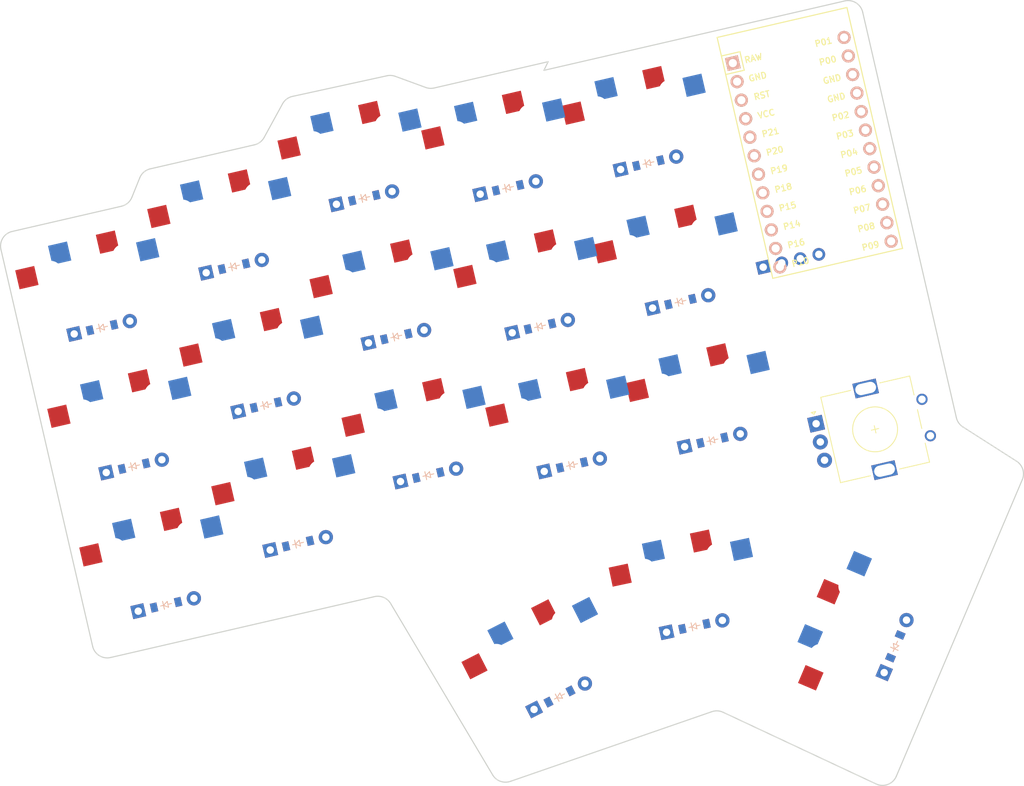
<source format=kicad_pcb>

            
(kicad_pcb (version 20171130) (host pcbnew 5.1.6)

  (page A3)
  (title_block
    (title main_pcb)
    (rev v1.0.0)
    (company Unknown)
  )

  (general
    (thickness 1.6)
  )

  (layers
    (0 F.Cu signal)
    (31 B.Cu signal)
    (32 B.Adhes user)
    (33 F.Adhes user)
    (34 B.Paste user)
    (35 F.Paste user)
    (36 B.SilkS user)
    (37 F.SilkS user)
    (38 B.Mask user)
    (39 F.Mask user)
    (40 Dwgs.User user)
    (41 Cmts.User user)
    (42 Eco1.User user)
    (43 Eco2.User user)
    (44 Edge.Cuts user)
    (45 Margin user)
    (46 B.CrtYd user)
    (47 F.CrtYd user)
    (48 B.Fab user)
    (49 F.Fab user)
  )

  (setup
    (last_trace_width 0.25)
    (trace_clearance 0.2)
    (zone_clearance 0.508)
    (zone_45_only no)
    (trace_min 0.2)
    (via_size 0.8)
    (via_drill 0.4)
    (via_min_size 0.4)
    (via_min_drill 0.3)
    (uvia_size 0.3)
    (uvia_drill 0.1)
    (uvias_allowed no)
    (uvia_min_size 0.2)
    (uvia_min_drill 0.1)
    (edge_width 0.05)
    (segment_width 0.2)
    (pcb_text_width 0.3)
    (pcb_text_size 1.5 1.5)
    (mod_edge_width 0.12)
    (mod_text_size 1 1)
    (mod_text_width 0.15)
    (pad_size 1.524 1.524)
    (pad_drill 0.762)
    (pad_to_mask_clearance 0.05)
    (aux_axis_origin 0 0)
    (visible_elements FFFFFF7F)
    (pcbplotparams
      (layerselection 0x010fc_ffffffff)
      (usegerberextensions false)
      (usegerberattributes true)
      (usegerberadvancedattributes true)
      (creategerberjobfile true)
      (excludeedgelayer true)
      (linewidth 0.100000)
      (plotframeref false)
      (viasonmask false)
      (mode 1)
      (useauxorigin false)
      (hpglpennumber 1)
      (hpglpenspeed 20)
      (hpglpendiameter 15.000000)
      (psnegative false)
      (psa4output false)
      (plotreference true)
      (plotvalue true)
      (plotinvisibletext false)
      (padsonsilk false)
      (subtractmaskfromsilk false)
      (outputformat 1)
      (mirror false)
      (drillshape 1)
      (scaleselection 1)
      (outputdirectory ""))
  )

            (net 0 "")
(net 1 "P14")
(net 2 "pinky_bottom")
(net 3 "pinky_home")
(net 4 "pinky_top")
(net 5 "P16")
(net 6 "ring_bottom")
(net 7 "ring_home")
(net 8 "ring_top")
(net 9 "P10")
(net 10 "middle_bottom")
(net 11 "middle_home")
(net 12 "middle_top")
(net 13 "P7")
(net 14 "index_bottom")
(net 15 "index_home")
(net 16 "index_top")
(net 17 "P9")
(net 18 "inner_bottom")
(net 19 "inner_home")
(net 20 "inner_top")
(net 21 "mod_cluster")
(net 22 "layer_cluster")
(net 23 "space_cluster")
(net 24 "RAW")
(net 25 "GND")
(net 26 "RST")
(net 27 "VCC")
(net 28 "P21")
(net 29 "P20")
(net 30 "P19")
(net 31 "P18")
(net 32 "P15")
(net 33 "P1")
(net 34 "P0")
(net 35 "P2")
(net 36 "P3")
(net 37 "P4")
(net 38 "P5")
(net 39 "P6")
(net 40 "P8")
(net 41 "D7")
(net 42 "E6")
(net 43 "B4")
(net 44 "B5")
            
  (net_class Default "This is the default net class."
    (clearance 0.2)
    (trace_width 0.25)
    (via_dia 0.8)
    (via_drill 0.4)
    (uvia_dia 0.3)
    (uvia_drill 0.1)
    (add_net "")
(add_net "P14")
(add_net "pinky_bottom")
(add_net "pinky_home")
(add_net "pinky_top")
(add_net "P16")
(add_net "ring_bottom")
(add_net "ring_home")
(add_net "ring_top")
(add_net "P10")
(add_net "middle_bottom")
(add_net "middle_home")
(add_net "middle_top")
(add_net "P7")
(add_net "index_bottom")
(add_net "index_home")
(add_net "index_top")
(add_net "P9")
(add_net "inner_bottom")
(add_net "inner_home")
(add_net "inner_top")
(add_net "mod_cluster")
(add_net "layer_cluster")
(add_net "space_cluster")
(add_net "RAW")
(add_net "GND")
(add_net "RST")
(add_net "VCC")
(add_net "P21")
(add_net "P20")
(add_net "P19")
(add_net "P18")
(add_net "P15")
(add_net "P1")
(add_net "P0")
(add_net "P2")
(add_net "P3")
(add_net "P4")
(add_net "P5")
(add_net "P6")
(add_net "P8")
(add_net "D7")
(add_net "E6")
(add_net "B4")
(add_net "B5")
  )

            
        
      (module PG1350 (layer F.Cu) (tedit 5DD50112)
      (at 119.9321119 74.941901 13)

      
      (fp_text reference "S1" (at 0 0) (layer F.SilkS) hide (effects (font (size 1.27 1.27) (thickness 0.15))))
      (fp_text value "" (at 0 0) (layer F.SilkS) hide (effects (font (size 1.27 1.27) (thickness 0.15))))

      
      (fp_line (start -7 -6) (end -7 -7) (layer Dwgs.User) (width 0.15))
      (fp_line (start -7 7) (end -6 7) (layer Dwgs.User) (width 0.15))
      (fp_line (start -6 -7) (end -7 -7) (layer Dwgs.User) (width 0.15))
      (fp_line (start -7 7) (end -7 6) (layer Dwgs.User) (width 0.15))
      (fp_line (start 7 6) (end 7 7) (layer Dwgs.User) (width 0.15))
      (fp_line (start 7 -7) (end 6 -7) (layer Dwgs.User) (width 0.15))
      (fp_line (start 6 7) (end 7 7) (layer Dwgs.User) (width 0.15))
      (fp_line (start 7 -7) (end 7 -6) (layer Dwgs.User) (width 0.15))      
      
      
      (pad "" np_thru_hole circle (at 0 0) (size 3.429 3.429) (drill 3.429) (layers *.Cu *.Mask))
        
      
      (pad "" np_thru_hole circle (at 5.5 0) (size 1.7018 1.7018) (drill 1.7018) (layers *.Cu *.Mask))
      (pad "" np_thru_hole circle (at -5.5 0) (size 1.7018 1.7018) (drill 1.7018) (layers *.Cu *.Mask))
      
        
      
      (fp_line (start -9 -8.5) (end 9 -8.5) (layer Dwgs.User) (width 0.15))
      (fp_line (start 9 -8.5) (end 9 8.5) (layer Dwgs.User) (width 0.15))
      (fp_line (start 9 8.5) (end -9 8.5) (layer Dwgs.User) (width 0.15))
      (fp_line (start -9 8.5) (end -9 -8.5) (layer Dwgs.User) (width 0.15))
      
        
          
          (pad "" np_thru_hole circle (at 5 -3.75) (size 3 3) (drill 3) (layers *.Cu *.Mask))
          (pad "" np_thru_hole circle (at 0 -5.95) (size 3 3) (drill 3) (layers *.Cu *.Mask))
      
          
          (pad 1 smd rect (at -3.275 -5.95 13) (size 2.6 2.6) (layers B.Cu B.Paste B.Mask)  (net 1 "P14"))
          (pad 2 smd rect (at 8.275 -3.75 13) (size 2.6 2.6) (layers B.Cu B.Paste B.Mask)  (net 2 "pinky_bottom"))
        
        
          
          (pad "" np_thru_hole circle (at -5 -3.75) (size 3 3) (drill 3) (layers *.Cu *.Mask))
          (pad "" np_thru_hole circle (at 0 -5.95) (size 3 3) (drill 3) (layers *.Cu *.Mask))
      
          
          (pad 1 smd rect (at 3.275 -5.95 13) (size 2.6 2.6) (layers F.Cu F.Paste F.Mask)  (net 1 "P14"))
          (pad 2 smd rect (at -8.275 -3.75 13) (size 2.6 2.6) (layers F.Cu F.Paste F.Mask)  (net 2 "pinky_bottom"))
        )
        

        
      (module PG1350 (layer F.Cu) (tedit 5DD50112)
      (at 115.6580419 56.4288698 13)

      
      (fp_text reference "S2" (at 0 0) (layer F.SilkS) hide (effects (font (size 1.27 1.27) (thickness 0.15))))
      (fp_text value "" (at 0 0) (layer F.SilkS) hide (effects (font (size 1.27 1.27) (thickness 0.15))))

      
      (fp_line (start -7 -6) (end -7 -7) (layer Dwgs.User) (width 0.15))
      (fp_line (start -7 7) (end -6 7) (layer Dwgs.User) (width 0.15))
      (fp_line (start -6 -7) (end -7 -7) (layer Dwgs.User) (width 0.15))
      (fp_line (start -7 7) (end -7 6) (layer Dwgs.User) (width 0.15))
      (fp_line (start 7 6) (end 7 7) (layer Dwgs.User) (width 0.15))
      (fp_line (start 7 -7) (end 6 -7) (layer Dwgs.User) (width 0.15))
      (fp_line (start 6 7) (end 7 7) (layer Dwgs.User) (width 0.15))
      (fp_line (start 7 -7) (end 7 -6) (layer Dwgs.User) (width 0.15))      
      
      
      (pad "" np_thru_hole circle (at 0 0) (size 3.429 3.429) (drill 3.429) (layers *.Cu *.Mask))
        
      
      (pad "" np_thru_hole circle (at 5.5 0) (size 1.7018 1.7018) (drill 1.7018) (layers *.Cu *.Mask))
      (pad "" np_thru_hole circle (at -5.5 0) (size 1.7018 1.7018) (drill 1.7018) (layers *.Cu *.Mask))
      
        
      
      (fp_line (start -9 -8.5) (end 9 -8.5) (layer Dwgs.User) (width 0.15))
      (fp_line (start 9 -8.5) (end 9 8.5) (layer Dwgs.User) (width 0.15))
      (fp_line (start 9 8.5) (end -9 8.5) (layer Dwgs.User) (width 0.15))
      (fp_line (start -9 8.5) (end -9 -8.5) (layer Dwgs.User) (width 0.15))
      
        
          
          (pad "" np_thru_hole circle (at 5 -3.75) (size 3 3) (drill 3) (layers *.Cu *.Mask))
          (pad "" np_thru_hole circle (at 0 -5.95) (size 3 3) (drill 3) (layers *.Cu *.Mask))
      
          
          (pad 1 smd rect (at -3.275 -5.95 13) (size 2.6 2.6) (layers B.Cu B.Paste B.Mask)  (net 1 "P14"))
          (pad 2 smd rect (at 8.275 -3.75 13) (size 2.6 2.6) (layers B.Cu B.Paste B.Mask)  (net 3 "pinky_home"))
        
        
          
          (pad "" np_thru_hole circle (at -5 -3.75) (size 3 3) (drill 3) (layers *.Cu *.Mask))
          (pad "" np_thru_hole circle (at 0 -5.95) (size 3 3) (drill 3) (layers *.Cu *.Mask))
      
          
          (pad 1 smd rect (at 3.275 -5.95 13) (size 2.6 2.6) (layers F.Cu F.Paste F.Mask)  (net 1 "P14"))
          (pad 2 smd rect (at -8.275 -3.75 13) (size 2.6 2.6) (layers F.Cu F.Paste F.Mask)  (net 3 "pinky_home"))
        )
        

        
      (module PG1350 (layer F.Cu) (tedit 5DD50112)
      (at 111.3839718 37.9158386 13)

      
      (fp_text reference "S3" (at 0 0) (layer F.SilkS) hide (effects (font (size 1.27 1.27) (thickness 0.15))))
      (fp_text value "" (at 0 0) (layer F.SilkS) hide (effects (font (size 1.27 1.27) (thickness 0.15))))

      
      (fp_line (start -7 -6) (end -7 -7) (layer Dwgs.User) (width 0.15))
      (fp_line (start -7 7) (end -6 7) (layer Dwgs.User) (width 0.15))
      (fp_line (start -6 -7) (end -7 -7) (layer Dwgs.User) (width 0.15))
      (fp_line (start -7 7) (end -7 6) (layer Dwgs.User) (width 0.15))
      (fp_line (start 7 6) (end 7 7) (layer Dwgs.User) (width 0.15))
      (fp_line (start 7 -7) (end 6 -7) (layer Dwgs.User) (width 0.15))
      (fp_line (start 6 7) (end 7 7) (layer Dwgs.User) (width 0.15))
      (fp_line (start 7 -7) (end 7 -6) (layer Dwgs.User) (width 0.15))      
      
      
      (pad "" np_thru_hole circle (at 0 0) (size 3.429 3.429) (drill 3.429) (layers *.Cu *.Mask))
        
      
      (pad "" np_thru_hole circle (at 5.5 0) (size 1.7018 1.7018) (drill 1.7018) (layers *.Cu *.Mask))
      (pad "" np_thru_hole circle (at -5.5 0) (size 1.7018 1.7018) (drill 1.7018) (layers *.Cu *.Mask))
      
        
      
      (fp_line (start -9 -8.5) (end 9 -8.5) (layer Dwgs.User) (width 0.15))
      (fp_line (start 9 -8.5) (end 9 8.5) (layer Dwgs.User) (width 0.15))
      (fp_line (start 9 8.5) (end -9 8.5) (layer Dwgs.User) (width 0.15))
      (fp_line (start -9 8.5) (end -9 -8.5) (layer Dwgs.User) (width 0.15))
      
        
          
          (pad "" np_thru_hole circle (at 5 -3.75) (size 3 3) (drill 3) (layers *.Cu *.Mask))
          (pad "" np_thru_hole circle (at 0 -5.95) (size 3 3) (drill 3) (layers *.Cu *.Mask))
      
          
          (pad 1 smd rect (at -3.275 -5.95 13) (size 2.6 2.6) (layers B.Cu B.Paste B.Mask)  (net 1 "P14"))
          (pad 2 smd rect (at 8.275 -3.75 13) (size 2.6 2.6) (layers B.Cu B.Paste B.Mask)  (net 4 "pinky_top"))
        
        
          
          (pad "" np_thru_hole circle (at -5 -3.75) (size 3 3) (drill 3) (layers *.Cu *.Mask))
          (pad "" np_thru_hole circle (at 0 -5.95) (size 3 3) (drill 3) (layers *.Cu *.Mask))
      
          
          (pad 1 smd rect (at 3.275 -5.95 13) (size 2.6 2.6) (layers F.Cu F.Paste F.Mask)  (net 1 "P14"))
          (pad 2 smd rect (at -8.275 -3.75 13) (size 2.6 2.6) (layers F.Cu F.Paste F.Mask)  (net 4 "pinky_top"))
        )
        

        
      (module PG1350 (layer F.Cu) (tedit 5DD50112)
      (at 137.5453389 66.7703508 13)

      
      (fp_text reference "S4" (at 0 0) (layer F.SilkS) hide (effects (font (size 1.27 1.27) (thickness 0.15))))
      (fp_text value "" (at 0 0) (layer F.SilkS) hide (effects (font (size 1.27 1.27) (thickness 0.15))))

      
      (fp_line (start -7 -6) (end -7 -7) (layer Dwgs.User) (width 0.15))
      (fp_line (start -7 7) (end -6 7) (layer Dwgs.User) (width 0.15))
      (fp_line (start -6 -7) (end -7 -7) (layer Dwgs.User) (width 0.15))
      (fp_line (start -7 7) (end -7 6) (layer Dwgs.User) (width 0.15))
      (fp_line (start 7 6) (end 7 7) (layer Dwgs.User) (width 0.15))
      (fp_line (start 7 -7) (end 6 -7) (layer Dwgs.User) (width 0.15))
      (fp_line (start 6 7) (end 7 7) (layer Dwgs.User) (width 0.15))
      (fp_line (start 7 -7) (end 7 -6) (layer Dwgs.User) (width 0.15))      
      
      
      (pad "" np_thru_hole circle (at 0 0) (size 3.429 3.429) (drill 3.429) (layers *.Cu *.Mask))
        
      
      (pad "" np_thru_hole circle (at 5.5 0) (size 1.7018 1.7018) (drill 1.7018) (layers *.Cu *.Mask))
      (pad "" np_thru_hole circle (at -5.5 0) (size 1.7018 1.7018) (drill 1.7018) (layers *.Cu *.Mask))
      
        
      
      (fp_line (start -9 -8.5) (end 9 -8.5) (layer Dwgs.User) (width 0.15))
      (fp_line (start 9 -8.5) (end 9 8.5) (layer Dwgs.User) (width 0.15))
      (fp_line (start 9 8.5) (end -9 8.5) (layer Dwgs.User) (width 0.15))
      (fp_line (start -9 8.5) (end -9 -8.5) (layer Dwgs.User) (width 0.15))
      
        
          
          (pad "" np_thru_hole circle (at 5 -3.75) (size 3 3) (drill 3) (layers *.Cu *.Mask))
          (pad "" np_thru_hole circle (at 0 -5.95) (size 3 3) (drill 3) (layers *.Cu *.Mask))
      
          
          (pad 1 smd rect (at -3.275 -5.95 13) (size 2.6 2.6) (layers B.Cu B.Paste B.Mask)  (net 5 "P16"))
          (pad 2 smd rect (at 8.275 -3.75 13) (size 2.6 2.6) (layers B.Cu B.Paste B.Mask)  (net 6 "ring_bottom"))
        
        
          
          (pad "" np_thru_hole circle (at -5 -3.75) (size 3 3) (drill 3) (layers *.Cu *.Mask))
          (pad "" np_thru_hole circle (at 0 -5.95) (size 3 3) (drill 3) (layers *.Cu *.Mask))
      
          
          (pad 1 smd rect (at 3.275 -5.95 13) (size 2.6 2.6) (layers F.Cu F.Paste F.Mask)  (net 5 "P16"))
          (pad 2 smd rect (at -8.275 -3.75 13) (size 2.6 2.6) (layers F.Cu F.Paste F.Mask)  (net 6 "ring_bottom"))
        )
        

        
      (module PG1350 (layer F.Cu) (tedit 5DD50112)
      (at 133.2712689 48.2573195 13)

      
      (fp_text reference "S5" (at 0 0) (layer F.SilkS) hide (effects (font (size 1.27 1.27) (thickness 0.15))))
      (fp_text value "" (at 0 0) (layer F.SilkS) hide (effects (font (size 1.27 1.27) (thickness 0.15))))

      
      (fp_line (start -7 -6) (end -7 -7) (layer Dwgs.User) (width 0.15))
      (fp_line (start -7 7) (end -6 7) (layer Dwgs.User) (width 0.15))
      (fp_line (start -6 -7) (end -7 -7) (layer Dwgs.User) (width 0.15))
      (fp_line (start -7 7) (end -7 6) (layer Dwgs.User) (width 0.15))
      (fp_line (start 7 6) (end 7 7) (layer Dwgs.User) (width 0.15))
      (fp_line (start 7 -7) (end 6 -7) (layer Dwgs.User) (width 0.15))
      (fp_line (start 6 7) (end 7 7) (layer Dwgs.User) (width 0.15))
      (fp_line (start 7 -7) (end 7 -6) (layer Dwgs.User) (width 0.15))      
      
      
      (pad "" np_thru_hole circle (at 0 0) (size 3.429 3.429) (drill 3.429) (layers *.Cu *.Mask))
        
      
      (pad "" np_thru_hole circle (at 5.5 0) (size 1.7018 1.7018) (drill 1.7018) (layers *.Cu *.Mask))
      (pad "" np_thru_hole circle (at -5.5 0) (size 1.7018 1.7018) (drill 1.7018) (layers *.Cu *.Mask))
      
        
      
      (fp_line (start -9 -8.5) (end 9 -8.5) (layer Dwgs.User) (width 0.15))
      (fp_line (start 9 -8.5) (end 9 8.5) (layer Dwgs.User) (width 0.15))
      (fp_line (start 9 8.5) (end -9 8.5) (layer Dwgs.User) (width 0.15))
      (fp_line (start -9 8.5) (end -9 -8.5) (layer Dwgs.User) (width 0.15))
      
        
          
          (pad "" np_thru_hole circle (at 5 -3.75) (size 3 3) (drill 3) (layers *.Cu *.Mask))
          (pad "" np_thru_hole circle (at 0 -5.95) (size 3 3) (drill 3) (layers *.Cu *.Mask))
      
          
          (pad 1 smd rect (at -3.275 -5.95 13) (size 2.6 2.6) (layers B.Cu B.Paste B.Mask)  (net 5 "P16"))
          (pad 2 smd rect (at 8.275 -3.75 13) (size 2.6 2.6) (layers B.Cu B.Paste B.Mask)  (net 7 "ring_home"))
        
        
          
          (pad "" np_thru_hole circle (at -5 -3.75) (size 3 3) (drill 3) (layers *.Cu *.Mask))
          (pad "" np_thru_hole circle (at 0 -5.95) (size 3 3) (drill 3) (layers *.Cu *.Mask))
      
          
          (pad 1 smd rect (at 3.275 -5.95 13) (size 2.6 2.6) (layers F.Cu F.Paste F.Mask)  (net 5 "P16"))
          (pad 2 smd rect (at -8.275 -3.75 13) (size 2.6 2.6) (layers F.Cu F.Paste F.Mask)  (net 7 "ring_home"))
        )
        

        
      (module PG1350 (layer F.Cu) (tedit 5DD50112)
      (at 128.9971989 29.7442883 13)

      
      (fp_text reference "S6" (at 0 0) (layer F.SilkS) hide (effects (font (size 1.27 1.27) (thickness 0.15))))
      (fp_text value "" (at 0 0) (layer F.SilkS) hide (effects (font (size 1.27 1.27) (thickness 0.15))))

      
      (fp_line (start -7 -6) (end -7 -7) (layer Dwgs.User) (width 0.15))
      (fp_line (start -7 7) (end -6 7) (layer Dwgs.User) (width 0.15))
      (fp_line (start -6 -7) (end -7 -7) (layer Dwgs.User) (width 0.15))
      (fp_line (start -7 7) (end -7 6) (layer Dwgs.User) (width 0.15))
      (fp_line (start 7 6) (end 7 7) (layer Dwgs.User) (width 0.15))
      (fp_line (start 7 -7) (end 6 -7) (layer Dwgs.User) (width 0.15))
      (fp_line (start 6 7) (end 7 7) (layer Dwgs.User) (width 0.15))
      (fp_line (start 7 -7) (end 7 -6) (layer Dwgs.User) (width 0.15))      
      
      
      (pad "" np_thru_hole circle (at 0 0) (size 3.429 3.429) (drill 3.429) (layers *.Cu *.Mask))
        
      
      (pad "" np_thru_hole circle (at 5.5 0) (size 1.7018 1.7018) (drill 1.7018) (layers *.Cu *.Mask))
      (pad "" np_thru_hole circle (at -5.5 0) (size 1.7018 1.7018) (drill 1.7018) (layers *.Cu *.Mask))
      
        
      
      (fp_line (start -9 -8.5) (end 9 -8.5) (layer Dwgs.User) (width 0.15))
      (fp_line (start 9 -8.5) (end 9 8.5) (layer Dwgs.User) (width 0.15))
      (fp_line (start 9 8.5) (end -9 8.5) (layer Dwgs.User) (width 0.15))
      (fp_line (start -9 8.5) (end -9 -8.5) (layer Dwgs.User) (width 0.15))
      
        
          
          (pad "" np_thru_hole circle (at 5 -3.75) (size 3 3) (drill 3) (layers *.Cu *.Mask))
          (pad "" np_thru_hole circle (at 0 -5.95) (size 3 3) (drill 3) (layers *.Cu *.Mask))
      
          
          (pad 1 smd rect (at -3.275 -5.95 13) (size 2.6 2.6) (layers B.Cu B.Paste B.Mask)  (net 5 "P16"))
          (pad 2 smd rect (at 8.275 -3.75 13) (size 2.6 2.6) (layers B.Cu B.Paste B.Mask)  (net 8 "ring_top"))
        
        
          
          (pad "" np_thru_hole circle (at -5 -3.75) (size 3 3) (drill 3) (layers *.Cu *.Mask))
          (pad "" np_thru_hole circle (at 0 -5.95) (size 3 3) (drill 3) (layers *.Cu *.Mask))
      
          
          (pad 1 smd rect (at 3.275 -5.95 13) (size 2.6 2.6) (layers F.Cu F.Paste F.Mask)  (net 5 "P16"))
          (pad 2 smd rect (at -8.275 -3.75 13) (size 2.6 2.6) (layers F.Cu F.Paste F.Mask)  (net 8 "ring_top"))
        )
        

        
      (module PG1350 (layer F.Cu) (tedit 5DD50112)
      (at 154.9336149 57.6244304 13)

      
      (fp_text reference "S7" (at 0 0) (layer F.SilkS) hide (effects (font (size 1.27 1.27) (thickness 0.15))))
      (fp_text value "" (at 0 0) (layer F.SilkS) hide (effects (font (size 1.27 1.27) (thickness 0.15))))

      
      (fp_line (start -7 -6) (end -7 -7) (layer Dwgs.User) (width 0.15))
      (fp_line (start -7 7) (end -6 7) (layer Dwgs.User) (width 0.15))
      (fp_line (start -6 -7) (end -7 -7) (layer Dwgs.User) (width 0.15))
      (fp_line (start -7 7) (end -7 6) (layer Dwgs.User) (width 0.15))
      (fp_line (start 7 6) (end 7 7) (layer Dwgs.User) (width 0.15))
      (fp_line (start 7 -7) (end 6 -7) (layer Dwgs.User) (width 0.15))
      (fp_line (start 6 7) (end 7 7) (layer Dwgs.User) (width 0.15))
      (fp_line (start 7 -7) (end 7 -6) (layer Dwgs.User) (width 0.15))      
      
      
      (pad "" np_thru_hole circle (at 0 0) (size 3.429 3.429) (drill 3.429) (layers *.Cu *.Mask))
        
      
      (pad "" np_thru_hole circle (at 5.5 0) (size 1.7018 1.7018) (drill 1.7018) (layers *.Cu *.Mask))
      (pad "" np_thru_hole circle (at -5.5 0) (size 1.7018 1.7018) (drill 1.7018) (layers *.Cu *.Mask))
      
        
      
      (fp_line (start -9 -8.5) (end 9 -8.5) (layer Dwgs.User) (width 0.15))
      (fp_line (start 9 -8.5) (end 9 8.5) (layer Dwgs.User) (width 0.15))
      (fp_line (start 9 8.5) (end -9 8.5) (layer Dwgs.User) (width 0.15))
      (fp_line (start -9 8.5) (end -9 -8.5) (layer Dwgs.User) (width 0.15))
      
        
          
          (pad "" np_thru_hole circle (at 5 -3.75) (size 3 3) (drill 3) (layers *.Cu *.Mask))
          (pad "" np_thru_hole circle (at 0 -5.95) (size 3 3) (drill 3) (layers *.Cu *.Mask))
      
          
          (pad 1 smd rect (at -3.275 -5.95 13) (size 2.6 2.6) (layers B.Cu B.Paste B.Mask)  (net 9 "P10"))
          (pad 2 smd rect (at 8.275 -3.75 13) (size 2.6 2.6) (layers B.Cu B.Paste B.Mask)  (net 10 "middle_bottom"))
        
        
          
          (pad "" np_thru_hole circle (at -5 -3.75) (size 3 3) (drill 3) (layers *.Cu *.Mask))
          (pad "" np_thru_hole circle (at 0 -5.95) (size 3 3) (drill 3) (layers *.Cu *.Mask))
      
          
          (pad 1 smd rect (at 3.275 -5.95 13) (size 2.6 2.6) (layers F.Cu F.Paste F.Mask)  (net 9 "P10"))
          (pad 2 smd rect (at -8.275 -3.75 13) (size 2.6 2.6) (layers F.Cu F.Paste F.Mask)  (net 10 "middle_bottom"))
        )
        

        
      (module PG1350 (layer F.Cu) (tedit 5DD50112)
      (at 150.6595449 39.1113992 13)

      
      (fp_text reference "S8" (at 0 0) (layer F.SilkS) hide (effects (font (size 1.27 1.27) (thickness 0.15))))
      (fp_text value "" (at 0 0) (layer F.SilkS) hide (effects (font (size 1.27 1.27) (thickness 0.15))))

      
      (fp_line (start -7 -6) (end -7 -7) (layer Dwgs.User) (width 0.15))
      (fp_line (start -7 7) (end -6 7) (layer Dwgs.User) (width 0.15))
      (fp_line (start -6 -7) (end -7 -7) (layer Dwgs.User) (width 0.15))
      (fp_line (start -7 7) (end -7 6) (layer Dwgs.User) (width 0.15))
      (fp_line (start 7 6) (end 7 7) (layer Dwgs.User) (width 0.15))
      (fp_line (start 7 -7) (end 6 -7) (layer Dwgs.User) (width 0.15))
      (fp_line (start 6 7) (end 7 7) (layer Dwgs.User) (width 0.15))
      (fp_line (start 7 -7) (end 7 -6) (layer Dwgs.User) (width 0.15))      
      
      
      (pad "" np_thru_hole circle (at 0 0) (size 3.429 3.429) (drill 3.429) (layers *.Cu *.Mask))
        
      
      (pad "" np_thru_hole circle (at 5.5 0) (size 1.7018 1.7018) (drill 1.7018) (layers *.Cu *.Mask))
      (pad "" np_thru_hole circle (at -5.5 0) (size 1.7018 1.7018) (drill 1.7018) (layers *.Cu *.Mask))
      
        
      
      (fp_line (start -9 -8.5) (end 9 -8.5) (layer Dwgs.User) (width 0.15))
      (fp_line (start 9 -8.5) (end 9 8.5) (layer Dwgs.User) (width 0.15))
      (fp_line (start 9 8.5) (end -9 8.5) (layer Dwgs.User) (width 0.15))
      (fp_line (start -9 8.5) (end -9 -8.5) (layer Dwgs.User) (width 0.15))
      
        
          
          (pad "" np_thru_hole circle (at 5 -3.75) (size 3 3) (drill 3) (layers *.Cu *.Mask))
          (pad "" np_thru_hole circle (at 0 -5.95) (size 3 3) (drill 3) (layers *.Cu *.Mask))
      
          
          (pad 1 smd rect (at -3.275 -5.95 13) (size 2.6 2.6) (layers B.Cu B.Paste B.Mask)  (net 9 "P10"))
          (pad 2 smd rect (at 8.275 -3.75 13) (size 2.6 2.6) (layers B.Cu B.Paste B.Mask)  (net 11 "middle_home"))
        
        
          
          (pad "" np_thru_hole circle (at -5 -3.75) (size 3 3) (drill 3) (layers *.Cu *.Mask))
          (pad "" np_thru_hole circle (at 0 -5.95) (size 3 3) (drill 3) (layers *.Cu *.Mask))
      
          
          (pad 1 smd rect (at 3.275 -5.95 13) (size 2.6 2.6) (layers F.Cu F.Paste F.Mask)  (net 9 "P10"))
          (pad 2 smd rect (at -8.275 -3.75 13) (size 2.6 2.6) (layers F.Cu F.Paste F.Mask)  (net 11 "middle_home"))
        )
        

        
      (module PG1350 (layer F.Cu) (tedit 5DD50112)
      (at 146.3854748 20.5983679 13)

      
      (fp_text reference "S9" (at 0 0) (layer F.SilkS) hide (effects (font (size 1.27 1.27) (thickness 0.15))))
      (fp_text value "" (at 0 0) (layer F.SilkS) hide (effects (font (size 1.27 1.27) (thickness 0.15))))

      
      (fp_line (start -7 -6) (end -7 -7) (layer Dwgs.User) (width 0.15))
      (fp_line (start -7 7) (end -6 7) (layer Dwgs.User) (width 0.15))
      (fp_line (start -6 -7) (end -7 -7) (layer Dwgs.User) (width 0.15))
      (fp_line (start -7 7) (end -7 6) (layer Dwgs.User) (width 0.15))
      (fp_line (start 7 6) (end 7 7) (layer Dwgs.User) (width 0.15))
      (fp_line (start 7 -7) (end 6 -7) (layer Dwgs.User) (width 0.15))
      (fp_line (start 6 7) (end 7 7) (layer Dwgs.User) (width 0.15))
      (fp_line (start 7 -7) (end 7 -6) (layer Dwgs.User) (width 0.15))      
      
      
      (pad "" np_thru_hole circle (at 0 0) (size 3.429 3.429) (drill 3.429) (layers *.Cu *.Mask))
        
      
      (pad "" np_thru_hole circle (at 5.5 0) (size 1.7018 1.7018) (drill 1.7018) (layers *.Cu *.Mask))
      (pad "" np_thru_hole circle (at -5.5 0) (size 1.7018 1.7018) (drill 1.7018) (layers *.Cu *.Mask))
      
        
      
      (fp_line (start -9 -8.5) (end 9 -8.5) (layer Dwgs.User) (width 0.15))
      (fp_line (start 9 -8.5) (end 9 8.5) (layer Dwgs.User) (width 0.15))
      (fp_line (start 9 8.5) (end -9 8.5) (layer Dwgs.User) (width 0.15))
      (fp_line (start -9 8.5) (end -9 -8.5) (layer Dwgs.User) (width 0.15))
      
        
          
          (pad "" np_thru_hole circle (at 5 -3.75) (size 3 3) (drill 3) (layers *.Cu *.Mask))
          (pad "" np_thru_hole circle (at 0 -5.95) (size 3 3) (drill 3) (layers *.Cu *.Mask))
      
          
          (pad 1 smd rect (at -3.275 -5.95 13) (size 2.6 2.6) (layers B.Cu B.Paste B.Mask)  (net 9 "P10"))
          (pad 2 smd rect (at 8.275 -3.75 13) (size 2.6 2.6) (layers B.Cu B.Paste B.Mask)  (net 12 "middle_top"))
        
        
          
          (pad "" np_thru_hole circle (at -5 -3.75) (size 3 3) (drill 3) (layers *.Cu *.Mask))
          (pad "" np_thru_hole circle (at 0 -5.95) (size 3 3) (drill 3) (layers *.Cu *.Mask))
      
          
          (pad 1 smd rect (at 3.275 -5.95 13) (size 2.6 2.6) (layers F.Cu F.Paste F.Mask)  (net 9 "P10"))
          (pad 2 smd rect (at -8.275 -3.75 13) (size 2.6 2.6) (layers F.Cu F.Paste F.Mask)  (net 12 "middle_top"))
        )
        

        
      (module PG1350 (layer F.Cu) (tedit 5DD50112)
      (at 174.1214993 56.2734706 13)

      
      (fp_text reference "S10" (at 0 0) (layer F.SilkS) hide (effects (font (size 1.27 1.27) (thickness 0.15))))
      (fp_text value "" (at 0 0) (layer F.SilkS) hide (effects (font (size 1.27 1.27) (thickness 0.15))))

      
      (fp_line (start -7 -6) (end -7 -7) (layer Dwgs.User) (width 0.15))
      (fp_line (start -7 7) (end -6 7) (layer Dwgs.User) (width 0.15))
      (fp_line (start -6 -7) (end -7 -7) (layer Dwgs.User) (width 0.15))
      (fp_line (start -7 7) (end -7 6) (layer Dwgs.User) (width 0.15))
      (fp_line (start 7 6) (end 7 7) (layer Dwgs.User) (width 0.15))
      (fp_line (start 7 -7) (end 6 -7) (layer Dwgs.User) (width 0.15))
      (fp_line (start 6 7) (end 7 7) (layer Dwgs.User) (width 0.15))
      (fp_line (start 7 -7) (end 7 -6) (layer Dwgs.User) (width 0.15))      
      
      
      (pad "" np_thru_hole circle (at 0 0) (size 3.429 3.429) (drill 3.429) (layers *.Cu *.Mask))
        
      
      (pad "" np_thru_hole circle (at 5.5 0) (size 1.7018 1.7018) (drill 1.7018) (layers *.Cu *.Mask))
      (pad "" np_thru_hole circle (at -5.5 0) (size 1.7018 1.7018) (drill 1.7018) (layers *.Cu *.Mask))
      
        
      
      (fp_line (start -9 -8.5) (end 9 -8.5) (layer Dwgs.User) (width 0.15))
      (fp_line (start 9 -8.5) (end 9 8.5) (layer Dwgs.User) (width 0.15))
      (fp_line (start 9 8.5) (end -9 8.5) (layer Dwgs.User) (width 0.15))
      (fp_line (start -9 8.5) (end -9 -8.5) (layer Dwgs.User) (width 0.15))
      
        
          
          (pad "" np_thru_hole circle (at 5 -3.75) (size 3 3) (drill 3) (layers *.Cu *.Mask))
          (pad "" np_thru_hole circle (at 0 -5.95) (size 3 3) (drill 3) (layers *.Cu *.Mask))
      
          
          (pad 1 smd rect (at -3.275 -5.95 13) (size 2.6 2.6) (layers B.Cu B.Paste B.Mask)  (net 13 "P7"))
          (pad 2 smd rect (at 8.275 -3.75 13) (size 2.6 2.6) (layers B.Cu B.Paste B.Mask)  (net 14 "index_bottom"))
        
        
          
          (pad "" np_thru_hole circle (at -5 -3.75) (size 3 3) (drill 3) (layers *.Cu *.Mask))
          (pad "" np_thru_hole circle (at 0 -5.95) (size 3 3) (drill 3) (layers *.Cu *.Mask))
      
          
          (pad 1 smd rect (at 3.275 -5.95 13) (size 2.6 2.6) (layers F.Cu F.Paste F.Mask)  (net 13 "P7"))
          (pad 2 smd rect (at -8.275 -3.75 13) (size 2.6 2.6) (layers F.Cu F.Paste F.Mask)  (net 14 "index_bottom"))
        )
        

        
      (module PG1350 (layer F.Cu) (tedit 5DD50112)
      (at 169.8474292 37.7604393 13)

      
      (fp_text reference "S11" (at 0 0) (layer F.SilkS) hide (effects (font (size 1.27 1.27) (thickness 0.15))))
      (fp_text value "" (at 0 0) (layer F.SilkS) hide (effects (font (size 1.27 1.27) (thickness 0.15))))

      
      (fp_line (start -7 -6) (end -7 -7) (layer Dwgs.User) (width 0.15))
      (fp_line (start -7 7) (end -6 7) (layer Dwgs.User) (width 0.15))
      (fp_line (start -6 -7) (end -7 -7) (layer Dwgs.User) (width 0.15))
      (fp_line (start -7 7) (end -7 6) (layer Dwgs.User) (width 0.15))
      (fp_line (start 7 6) (end 7 7) (layer Dwgs.User) (width 0.15))
      (fp_line (start 7 -7) (end 6 -7) (layer Dwgs.User) (width 0.15))
      (fp_line (start 6 7) (end 7 7) (layer Dwgs.User) (width 0.15))
      (fp_line (start 7 -7) (end 7 -6) (layer Dwgs.User) (width 0.15))      
      
      
      (pad "" np_thru_hole circle (at 0 0) (size 3.429 3.429) (drill 3.429) (layers *.Cu *.Mask))
        
      
      (pad "" np_thru_hole circle (at 5.5 0) (size 1.7018 1.7018) (drill 1.7018) (layers *.Cu *.Mask))
      (pad "" np_thru_hole circle (at -5.5 0) (size 1.7018 1.7018) (drill 1.7018) (layers *.Cu *.Mask))
      
        
      
      (fp_line (start -9 -8.5) (end 9 -8.5) (layer Dwgs.User) (width 0.15))
      (fp_line (start 9 -8.5) (end 9 8.5) (layer Dwgs.User) (width 0.15))
      (fp_line (start 9 8.5) (end -9 8.5) (layer Dwgs.User) (width 0.15))
      (fp_line (start -9 8.5) (end -9 -8.5) (layer Dwgs.User) (width 0.15))
      
        
          
          (pad "" np_thru_hole circle (at 5 -3.75) (size 3 3) (drill 3) (layers *.Cu *.Mask))
          (pad "" np_thru_hole circle (at 0 -5.95) (size 3 3) (drill 3) (layers *.Cu *.Mask))
      
          
          (pad 1 smd rect (at -3.275 -5.95 13) (size 2.6 2.6) (layers B.Cu B.Paste B.Mask)  (net 13 "P7"))
          (pad 2 smd rect (at 8.275 -3.75 13) (size 2.6 2.6) (layers B.Cu B.Paste B.Mask)  (net 15 "index_home"))
        
        
          
          (pad "" np_thru_hole circle (at -5 -3.75) (size 3 3) (drill 3) (layers *.Cu *.Mask))
          (pad "" np_thru_hole circle (at 0 -5.95) (size 3 3) (drill 3) (layers *.Cu *.Mask))
      
          
          (pad 1 smd rect (at 3.275 -5.95 13) (size 2.6 2.6) (layers F.Cu F.Paste F.Mask)  (net 13 "P7"))
          (pad 2 smd rect (at -8.275 -3.75 13) (size 2.6 2.6) (layers F.Cu F.Paste F.Mask)  (net 15 "index_home"))
        )
        

        
      (module PG1350 (layer F.Cu) (tedit 5DD50112)
      (at 165.5733592 19.2474081 13)

      
      (fp_text reference "S12" (at 0 0) (layer F.SilkS) hide (effects (font (size 1.27 1.27) (thickness 0.15))))
      (fp_text value "" (at 0 0) (layer F.SilkS) hide (effects (font (size 1.27 1.27) (thickness 0.15))))

      
      (fp_line (start -7 -6) (end -7 -7) (layer Dwgs.User) (width 0.15))
      (fp_line (start -7 7) (end -6 7) (layer Dwgs.User) (width 0.15))
      (fp_line (start -6 -7) (end -7 -7) (layer Dwgs.User) (width 0.15))
      (fp_line (start -7 7) (end -7 6) (layer Dwgs.User) (width 0.15))
      (fp_line (start 7 6) (end 7 7) (layer Dwgs.User) (width 0.15))
      (fp_line (start 7 -7) (end 6 -7) (layer Dwgs.User) (width 0.15))
      (fp_line (start 6 7) (end 7 7) (layer Dwgs.User) (width 0.15))
      (fp_line (start 7 -7) (end 7 -6) (layer Dwgs.User) (width 0.15))      
      
      
      (pad "" np_thru_hole circle (at 0 0) (size 3.429 3.429) (drill 3.429) (layers *.Cu *.Mask))
        
      
      (pad "" np_thru_hole circle (at 5.5 0) (size 1.7018 1.7018) (drill 1.7018) (layers *.Cu *.Mask))
      (pad "" np_thru_hole circle (at -5.5 0) (size 1.7018 1.7018) (drill 1.7018) (layers *.Cu *.Mask))
      
        
      
      (fp_line (start -9 -8.5) (end 9 -8.5) (layer Dwgs.User) (width 0.15))
      (fp_line (start 9 -8.5) (end 9 8.5) (layer Dwgs.User) (width 0.15))
      (fp_line (start 9 8.5) (end -9 8.5) (layer Dwgs.User) (width 0.15))
      (fp_line (start -9 8.5) (end -9 -8.5) (layer Dwgs.User) (width 0.15))
      
        
          
          (pad "" np_thru_hole circle (at 5 -3.75) (size 3 3) (drill 3) (layers *.Cu *.Mask))
          (pad "" np_thru_hole circle (at 0 -5.95) (size 3 3) (drill 3) (layers *.Cu *.Mask))
      
          
          (pad 1 smd rect (at -3.275 -5.95 13) (size 2.6 2.6) (layers B.Cu B.Paste B.Mask)  (net 13 "P7"))
          (pad 2 smd rect (at 8.275 -3.75 13) (size 2.6 2.6) (layers B.Cu B.Paste B.Mask)  (net 16 "index_top"))
        
        
          
          (pad "" np_thru_hole circle (at -5 -3.75) (size 3 3) (drill 3) (layers *.Cu *.Mask))
          (pad "" np_thru_hole circle (at 0 -5.95) (size 3 3) (drill 3) (layers *.Cu *.Mask))
      
          
          (pad 1 smd rect (at 3.275 -5.95 13) (size 2.6 2.6) (layers F.Cu F.Paste F.Mask)  (net 13 "P7"))
          (pad 2 smd rect (at -8.275 -3.75 13) (size 2.6 2.6) (layers F.Cu F.Paste F.Mask)  (net 16 "index_top"))
        )
        

        
      (module PG1350 (layer F.Cu) (tedit 5DD50112)
      (at 192.8594816 52.9737706 13)

      
      (fp_text reference "S13" (at 0 0) (layer F.SilkS) hide (effects (font (size 1.27 1.27) (thickness 0.15))))
      (fp_text value "" (at 0 0) (layer F.SilkS) hide (effects (font (size 1.27 1.27) (thickness 0.15))))

      
      (fp_line (start -7 -6) (end -7 -7) (layer Dwgs.User) (width 0.15))
      (fp_line (start -7 7) (end -6 7) (layer Dwgs.User) (width 0.15))
      (fp_line (start -6 -7) (end -7 -7) (layer Dwgs.User) (width 0.15))
      (fp_line (start -7 7) (end -7 6) (layer Dwgs.User) (width 0.15))
      (fp_line (start 7 6) (end 7 7) (layer Dwgs.User) (width 0.15))
      (fp_line (start 7 -7) (end 6 -7) (layer Dwgs.User) (width 0.15))
      (fp_line (start 6 7) (end 7 7) (layer Dwgs.User) (width 0.15))
      (fp_line (start 7 -7) (end 7 -6) (layer Dwgs.User) (width 0.15))      
      
      
      (pad "" np_thru_hole circle (at 0 0) (size 3.429 3.429) (drill 3.429) (layers *.Cu *.Mask))
        
      
      (pad "" np_thru_hole circle (at 5.5 0) (size 1.7018 1.7018) (drill 1.7018) (layers *.Cu *.Mask))
      (pad "" np_thru_hole circle (at -5.5 0) (size 1.7018 1.7018) (drill 1.7018) (layers *.Cu *.Mask))
      
        
      
      (fp_line (start -9 -8.5) (end 9 -8.5) (layer Dwgs.User) (width 0.15))
      (fp_line (start 9 -8.5) (end 9 8.5) (layer Dwgs.User) (width 0.15))
      (fp_line (start 9 8.5) (end -9 8.5) (layer Dwgs.User) (width 0.15))
      (fp_line (start -9 8.5) (end -9 -8.5) (layer Dwgs.User) (width 0.15))
      
        
          
          (pad "" np_thru_hole circle (at 5 -3.75) (size 3 3) (drill 3) (layers *.Cu *.Mask))
          (pad "" np_thru_hole circle (at 0 -5.95) (size 3 3) (drill 3) (layers *.Cu *.Mask))
      
          
          (pad 1 smd rect (at -3.275 -5.95 13) (size 2.6 2.6) (layers B.Cu B.Paste B.Mask)  (net 17 "P9"))
          (pad 2 smd rect (at 8.275 -3.75 13) (size 2.6 2.6) (layers B.Cu B.Paste B.Mask)  (net 18 "inner_bottom"))
        
        
          
          (pad "" np_thru_hole circle (at -5 -3.75) (size 3 3) (drill 3) (layers *.Cu *.Mask))
          (pad "" np_thru_hole circle (at 0 -5.95) (size 3 3) (drill 3) (layers *.Cu *.Mask))
      
          
          (pad 1 smd rect (at 3.275 -5.95 13) (size 2.6 2.6) (layers F.Cu F.Paste F.Mask)  (net 17 "P9"))
          (pad 2 smd rect (at -8.275 -3.75 13) (size 2.6 2.6) (layers F.Cu F.Paste F.Mask)  (net 18 "inner_bottom"))
        )
        

        
      (module PG1350 (layer F.Cu) (tedit 5DD50112)
      (at 188.5854115 34.4607394 13)

      
      (fp_text reference "S14" (at 0 0) (layer F.SilkS) hide (effects (font (size 1.27 1.27) (thickness 0.15))))
      (fp_text value "" (at 0 0) (layer F.SilkS) hide (effects (font (size 1.27 1.27) (thickness 0.15))))

      
      (fp_line (start -7 -6) (end -7 -7) (layer Dwgs.User) (width 0.15))
      (fp_line (start -7 7) (end -6 7) (layer Dwgs.User) (width 0.15))
      (fp_line (start -6 -7) (end -7 -7) (layer Dwgs.User) (width 0.15))
      (fp_line (start -7 7) (end -7 6) (layer Dwgs.User) (width 0.15))
      (fp_line (start 7 6) (end 7 7) (layer Dwgs.User) (width 0.15))
      (fp_line (start 7 -7) (end 6 -7) (layer Dwgs.User) (width 0.15))
      (fp_line (start 6 7) (end 7 7) (layer Dwgs.User) (width 0.15))
      (fp_line (start 7 -7) (end 7 -6) (layer Dwgs.User) (width 0.15))      
      
      
      (pad "" np_thru_hole circle (at 0 0) (size 3.429 3.429) (drill 3.429) (layers *.Cu *.Mask))
        
      
      (pad "" np_thru_hole circle (at 5.5 0) (size 1.7018 1.7018) (drill 1.7018) (layers *.Cu *.Mask))
      (pad "" np_thru_hole circle (at -5.5 0) (size 1.7018 1.7018) (drill 1.7018) (layers *.Cu *.Mask))
      
        
      
      (fp_line (start -9 -8.5) (end 9 -8.5) (layer Dwgs.User) (width 0.15))
      (fp_line (start 9 -8.5) (end 9 8.5) (layer Dwgs.User) (width 0.15))
      (fp_line (start 9 8.5) (end -9 8.5) (layer Dwgs.User) (width 0.15))
      (fp_line (start -9 8.5) (end -9 -8.5) (layer Dwgs.User) (width 0.15))
      
        
          
          (pad "" np_thru_hole circle (at 5 -3.75) (size 3 3) (drill 3) (layers *.Cu *.Mask))
          (pad "" np_thru_hole circle (at 0 -5.95) (size 3 3) (drill 3) (layers *.Cu *.Mask))
      
          
          (pad 1 smd rect (at -3.275 -5.95 13) (size 2.6 2.6) (layers B.Cu B.Paste B.Mask)  (net 17 "P9"))
          (pad 2 smd rect (at 8.275 -3.75 13) (size 2.6 2.6) (layers B.Cu B.Paste B.Mask)  (net 19 "inner_home"))
        
        
          
          (pad "" np_thru_hole circle (at -5 -3.75) (size 3 3) (drill 3) (layers *.Cu *.Mask))
          (pad "" np_thru_hole circle (at 0 -5.95) (size 3 3) (drill 3) (layers *.Cu *.Mask))
      
          
          (pad 1 smd rect (at 3.275 -5.95 13) (size 2.6 2.6) (layers F.Cu F.Paste F.Mask)  (net 17 "P9"))
          (pad 2 smd rect (at -8.275 -3.75 13) (size 2.6 2.6) (layers F.Cu F.Paste F.Mask)  (net 19 "inner_home"))
        )
        

        
      (module PG1350 (layer F.Cu) (tedit 5DD50112)
      (at 184.3113415 15.9477081 13)

      
      (fp_text reference "S15" (at 0 0) (layer F.SilkS) hide (effects (font (size 1.27 1.27) (thickness 0.15))))
      (fp_text value "" (at 0 0) (layer F.SilkS) hide (effects (font (size 1.27 1.27) (thickness 0.15))))

      
      (fp_line (start -7 -6) (end -7 -7) (layer Dwgs.User) (width 0.15))
      (fp_line (start -7 7) (end -6 7) (layer Dwgs.User) (width 0.15))
      (fp_line (start -6 -7) (end -7 -7) (layer Dwgs.User) (width 0.15))
      (fp_line (start -7 7) (end -7 6) (layer Dwgs.User) (width 0.15))
      (fp_line (start 7 6) (end 7 7) (layer Dwgs.User) (width 0.15))
      (fp_line (start 7 -7) (end 6 -7) (layer Dwgs.User) (width 0.15))
      (fp_line (start 6 7) (end 7 7) (layer Dwgs.User) (width 0.15))
      (fp_line (start 7 -7) (end 7 -6) (layer Dwgs.User) (width 0.15))      
      
      
      (pad "" np_thru_hole circle (at 0 0) (size 3.429 3.429) (drill 3.429) (layers *.Cu *.Mask))
        
      
      (pad "" np_thru_hole circle (at 5.5 0) (size 1.7018 1.7018) (drill 1.7018) (layers *.Cu *.Mask))
      (pad "" np_thru_hole circle (at -5.5 0) (size 1.7018 1.7018) (drill 1.7018) (layers *.Cu *.Mask))
      
        
      
      (fp_line (start -9 -8.5) (end 9 -8.5) (layer Dwgs.User) (width 0.15))
      (fp_line (start 9 -8.5) (end 9 8.5) (layer Dwgs.User) (width 0.15))
      (fp_line (start 9 8.5) (end -9 8.5) (layer Dwgs.User) (width 0.15))
      (fp_line (start -9 8.5) (end -9 -8.5) (layer Dwgs.User) (width 0.15))
      
        
          
          (pad "" np_thru_hole circle (at 5 -3.75) (size 3 3) (drill 3) (layers *.Cu *.Mask))
          (pad "" np_thru_hole circle (at 0 -5.95) (size 3 3) (drill 3) (layers *.Cu *.Mask))
      
          
          (pad 1 smd rect (at -3.275 -5.95 13) (size 2.6 2.6) (layers B.Cu B.Paste B.Mask)  (net 17 "P9"))
          (pad 2 smd rect (at 8.275 -3.75 13) (size 2.6 2.6) (layers B.Cu B.Paste B.Mask)  (net 20 "inner_top"))
        
        
          
          (pad "" np_thru_hole circle (at -5 -3.75) (size 3 3) (drill 3) (layers *.Cu *.Mask))
          (pad "" np_thru_hole circle (at 0 -5.95) (size 3 3) (drill 3) (layers *.Cu *.Mask))
      
          
          (pad 1 smd rect (at 3.275 -5.95 13) (size 2.6 2.6) (layers F.Cu F.Paste F.Mask)  (net 17 "P9"))
          (pad 2 smd rect (at -8.275 -3.75 13) (size 2.6 2.6) (layers F.Cu F.Paste F.Mask)  (net 20 "inner_top"))
        )
        

        
      (module PG1350 (layer F.Cu) (tedit 5DD50112)
      (at 171.2987092 87.6116558 27)

      
      (fp_text reference "S16" (at 0 0) (layer F.SilkS) hide (effects (font (size 1.27 1.27) (thickness 0.15))))
      (fp_text value "" (at 0 0) (layer F.SilkS) hide (effects (font (size 1.27 1.27) (thickness 0.15))))

      
      (fp_line (start -7 -6) (end -7 -7) (layer Dwgs.User) (width 0.15))
      (fp_line (start -7 7) (end -6 7) (layer Dwgs.User) (width 0.15))
      (fp_line (start -6 -7) (end -7 -7) (layer Dwgs.User) (width 0.15))
      (fp_line (start -7 7) (end -7 6) (layer Dwgs.User) (width 0.15))
      (fp_line (start 7 6) (end 7 7) (layer Dwgs.User) (width 0.15))
      (fp_line (start 7 -7) (end 6 -7) (layer Dwgs.User) (width 0.15))
      (fp_line (start 6 7) (end 7 7) (layer Dwgs.User) (width 0.15))
      (fp_line (start 7 -7) (end 7 -6) (layer Dwgs.User) (width 0.15))      
      
      
      (pad "" np_thru_hole circle (at 0 0) (size 3.429 3.429) (drill 3.429) (layers *.Cu *.Mask))
        
      
      (pad "" np_thru_hole circle (at 5.5 0) (size 1.7018 1.7018) (drill 1.7018) (layers *.Cu *.Mask))
      (pad "" np_thru_hole circle (at -5.5 0) (size 1.7018 1.7018) (drill 1.7018) (layers *.Cu *.Mask))
      
        
      
      (fp_line (start -9 -8.5) (end 9 -8.5) (layer Dwgs.User) (width 0.15))
      (fp_line (start 9 -8.5) (end 9 8.5) (layer Dwgs.User) (width 0.15))
      (fp_line (start 9 8.5) (end -9 8.5) (layer Dwgs.User) (width 0.15))
      (fp_line (start -9 8.5) (end -9 -8.5) (layer Dwgs.User) (width 0.15))
      
        
          
          (pad "" np_thru_hole circle (at 5 -3.75) (size 3 3) (drill 3) (layers *.Cu *.Mask))
          (pad "" np_thru_hole circle (at 0 -5.95) (size 3 3) (drill 3) (layers *.Cu *.Mask))
      
          
          (pad 1 smd rect (at -3.275 -5.95 27) (size 2.6 2.6) (layers B.Cu B.Paste B.Mask)  (net 9 "P10"))
          (pad 2 smd rect (at 8.275 -3.75 27) (size 2.6 2.6) (layers B.Cu B.Paste B.Mask)  (net 21 "mod_cluster"))
        
        
          
          (pad "" np_thru_hole circle (at -5 -3.75) (size 3 3) (drill 3) (layers *.Cu *.Mask))
          (pad "" np_thru_hole circle (at 0 -5.95) (size 3 3) (drill 3) (layers *.Cu *.Mask))
      
          
          (pad 1 smd rect (at 3.275 -5.95 27) (size 2.6 2.6) (layers F.Cu F.Paste F.Mask)  (net 9 "P10"))
          (pad 2 smd rect (at -8.275 -3.75 27) (size 2.6 2.6) (layers F.Cu F.Paste F.Mask)  (net 21 "mod_cluster"))
        )
        

        
      (module PG1350 (layer F.Cu) (tedit 5DD50112)
      (at 190.5444501 77.8054611 12)

      
      (fp_text reference "S17" (at 0 0) (layer F.SilkS) hide (effects (font (size 1.27 1.27) (thickness 0.15))))
      (fp_text value "" (at 0 0) (layer F.SilkS) hide (effects (font (size 1.27 1.27) (thickness 0.15))))

      
      (fp_line (start -7 -6) (end -7 -7) (layer Dwgs.User) (width 0.15))
      (fp_line (start -7 7) (end -6 7) (layer Dwgs.User) (width 0.15))
      (fp_line (start -6 -7) (end -7 -7) (layer Dwgs.User) (width 0.15))
      (fp_line (start -7 7) (end -7 6) (layer Dwgs.User) (width 0.15))
      (fp_line (start 7 6) (end 7 7) (layer Dwgs.User) (width 0.15))
      (fp_line (start 7 -7) (end 6 -7) (layer Dwgs.User) (width 0.15))
      (fp_line (start 6 7) (end 7 7) (layer Dwgs.User) (width 0.15))
      (fp_line (start 7 -7) (end 7 -6) (layer Dwgs.User) (width 0.15))      
      
      
      (pad "" np_thru_hole circle (at 0 0) (size 3.429 3.429) (drill 3.429) (layers *.Cu *.Mask))
        
      
      (pad "" np_thru_hole circle (at 5.5 0) (size 1.7018 1.7018) (drill 1.7018) (layers *.Cu *.Mask))
      (pad "" np_thru_hole circle (at -5.5 0) (size 1.7018 1.7018) (drill 1.7018) (layers *.Cu *.Mask))
      
        
      
      (fp_line (start -9 -8.5) (end 9 -8.5) (layer Dwgs.User) (width 0.15))
      (fp_line (start 9 -8.5) (end 9 8.5) (layer Dwgs.User) (width 0.15))
      (fp_line (start 9 8.5) (end -9 8.5) (layer Dwgs.User) (width 0.15))
      (fp_line (start -9 8.5) (end -9 -8.5) (layer Dwgs.User) (width 0.15))
      
        
          
          (pad "" np_thru_hole circle (at 5 -3.75) (size 3 3) (drill 3) (layers *.Cu *.Mask))
          (pad "" np_thru_hole circle (at 0 -5.95) (size 3 3) (drill 3) (layers *.Cu *.Mask))
      
          
          (pad 1 smd rect (at -3.275 -5.95 12) (size 2.6 2.6) (layers B.Cu B.Paste B.Mask)  (net 13 "P7"))
          (pad 2 smd rect (at 8.275 -3.75 12) (size 2.6 2.6) (layers B.Cu B.Paste B.Mask)  (net 22 "layer_cluster"))
        
        
          
          (pad "" np_thru_hole circle (at -5 -3.75) (size 3 3) (drill 3) (layers *.Cu *.Mask))
          (pad "" np_thru_hole circle (at 0 -5.95) (size 3 3) (drill 3) (layers *.Cu *.Mask))
      
          
          (pad 1 smd rect (at 3.275 -5.95 12) (size 2.6 2.6) (layers F.Cu F.Paste F.Mask)  (net 13 "P7"))
          (pad 2 smd rect (at -8.275 -3.75 12) (size 2.6 2.6) (layers F.Cu F.Paste F.Mask)  (net 22 "layer_cluster"))
        )
        

        
      (module PG1350 (layer F.Cu) (tedit 5DD50112)
      (at 213.7918887 83.4159655 67)

      
      (fp_text reference "S18" (at 0 0) (layer F.SilkS) hide (effects (font (size 1.27 1.27) (thickness 0.15))))
      (fp_text value "" (at 0 0) (layer F.SilkS) hide (effects (font (size 1.27 1.27) (thickness 0.15))))

      
      (fp_line (start -7 -6) (end -7 -7) (layer Dwgs.User) (width 0.15))
      (fp_line (start -7 7) (end -6 7) (layer Dwgs.User) (width 0.15))
      (fp_line (start -6 -7) (end -7 -7) (layer Dwgs.User) (width 0.15))
      (fp_line (start -7 7) (end -7 6) (layer Dwgs.User) (width 0.15))
      (fp_line (start 7 6) (end 7 7) (layer Dwgs.User) (width 0.15))
      (fp_line (start 7 -7) (end 6 -7) (layer Dwgs.User) (width 0.15))
      (fp_line (start 6 7) (end 7 7) (layer Dwgs.User) (width 0.15))
      (fp_line (start 7 -7) (end 7 -6) (layer Dwgs.User) (width 0.15))      
      
      
      (pad "" np_thru_hole circle (at 0 0) (size 3.429 3.429) (drill 3.429) (layers *.Cu *.Mask))
        
      
      (pad "" np_thru_hole circle (at 5.5 0) (size 1.7018 1.7018) (drill 1.7018) (layers *.Cu *.Mask))
      (pad "" np_thru_hole circle (at -5.5 0) (size 1.7018 1.7018) (drill 1.7018) (layers *.Cu *.Mask))
      
        
      
      (fp_line (start -9 -8.5) (end 9 -8.5) (layer Dwgs.User) (width 0.15))
      (fp_line (start 9 -8.5) (end 9 8.5) (layer Dwgs.User) (width 0.15))
      (fp_line (start 9 8.5) (end -9 8.5) (layer Dwgs.User) (width 0.15))
      (fp_line (start -9 8.5) (end -9 -8.5) (layer Dwgs.User) (width 0.15))
      
        
          
          (pad "" np_thru_hole circle (at 5 -3.75) (size 3 3) (drill 3) (layers *.Cu *.Mask))
          (pad "" np_thru_hole circle (at 0 -5.95) (size 3 3) (drill 3) (layers *.Cu *.Mask))
      
          
          (pad 1 smd rect (at -3.275 -5.95 67) (size 2.6 2.6) (layers B.Cu B.Paste B.Mask)  (net 17 "P9"))
          (pad 2 smd rect (at 8.275 -3.75 67) (size 2.6 2.6) (layers B.Cu B.Paste B.Mask)  (net 23 "space_cluster"))
        
        
          
          (pad "" np_thru_hole circle (at -5 -3.75) (size 3 3) (drill 3) (layers *.Cu *.Mask))
          (pad "" np_thru_hole circle (at 0 -5.95) (size 3 3) (drill 3) (layers *.Cu *.Mask))
      
          
          (pad 1 smd rect (at 3.275 -5.95 67) (size 2.6 2.6) (layers F.Cu F.Paste F.Mask)  (net 17 "P9"))
          (pad 2 smd rect (at -8.275 -3.75 67) (size 2.6 2.6) (layers F.Cu F.Paste F.Mask)  (net 23 "space_cluster"))
        )
        

  
    (module ComboDiode (layer F.Cu) (tedit 5B24D78E)


        (at 121.0568672 79.8137513 13)

        
        (fp_text reference "D1" (at 0 0) (layer F.SilkS) hide (effects (font (size 1.27 1.27) (thickness 0.15))))
        (fp_text value "" (at 0 0) (layer F.SilkS) hide (effects (font (size 1.27 1.27) (thickness 0.15))))
        
        
        (fp_line (start 0.25 0) (end 0.75 0) (layer F.SilkS) (width 0.1))
        (fp_line (start 0.25 0.4) (end -0.35 0) (layer F.SilkS) (width 0.1))
        (fp_line (start 0.25 -0.4) (end 0.25 0.4) (layer F.SilkS) (width 0.1))
        (fp_line (start -0.35 0) (end 0.25 -0.4) (layer F.SilkS) (width 0.1))
        (fp_line (start -0.35 0) (end -0.35 0.55) (layer F.SilkS) (width 0.1))
        (fp_line (start -0.35 0) (end -0.35 -0.55) (layer F.SilkS) (width 0.1))
        (fp_line (start -0.75 0) (end -0.35 0) (layer F.SilkS) (width 0.1))
        (fp_line (start 0.25 0) (end 0.75 0) (layer B.SilkS) (width 0.1))
        (fp_line (start 0.25 0.4) (end -0.35 0) (layer B.SilkS) (width 0.1))
        (fp_line (start 0.25 -0.4) (end 0.25 0.4) (layer B.SilkS) (width 0.1))
        (fp_line (start -0.35 0) (end 0.25 -0.4) (layer B.SilkS) (width 0.1))
        (fp_line (start -0.35 0) (end -0.35 0.55) (layer B.SilkS) (width 0.1))
        (fp_line (start -0.35 0) (end -0.35 -0.55) (layer B.SilkS) (width 0.1))
        (fp_line (start -0.75 0) (end -0.35 0) (layer B.SilkS) (width 0.1))
    
        
        (pad 1 smd rect (at -1.65 0 13) (size 0.9 1.2) (layers F.Cu F.Paste F.Mask) (net 0 ""))
        (pad 2 smd rect (at 1.65 0 13) (size 0.9 1.2) (layers B.Cu B.Paste B.Mask) (net 2 "pinky_bottom"))
        (pad 1 smd rect (at -1.65 0 13) (size 0.9 1.2) (layers B.Cu B.Paste B.Mask) (net 0 ""))
        (pad 2 smd rect (at 1.65 0 13) (size 0.9 1.2) (layers F.Cu F.Paste F.Mask) (net 2 "pinky_bottom"))
        
        
        (pad 1 thru_hole rect (at -3.81 0 13) (size 1.778 1.778) (drill 0.9906) (layers *.Cu *.Mask) (net 0 ""))
        (pad 2 thru_hole circle (at 3.81 0 13) (size 1.905 1.905) (drill 0.9906) (layers *.Cu *.Mask) (net 2 "pinky_bottom"))
    )
  
    

  
    (module ComboDiode (layer F.Cu) (tedit 5B24D78E)


        (at 116.7827972 61.3007201 13)

        
        (fp_text reference "D2" (at 0 0) (layer F.SilkS) hide (effects (font (size 1.27 1.27) (thickness 0.15))))
        (fp_text value "" (at 0 0) (layer F.SilkS) hide (effects (font (size 1.27 1.27) (thickness 0.15))))
        
        
        (fp_line (start 0.25 0) (end 0.75 0) (layer F.SilkS) (width 0.1))
        (fp_line (start 0.25 0.4) (end -0.35 0) (layer F.SilkS) (width 0.1))
        (fp_line (start 0.25 -0.4) (end 0.25 0.4) (layer F.SilkS) (width 0.1))
        (fp_line (start -0.35 0) (end 0.25 -0.4) (layer F.SilkS) (width 0.1))
        (fp_line (start -0.35 0) (end -0.35 0.55) (layer F.SilkS) (width 0.1))
        (fp_line (start -0.35 0) (end -0.35 -0.55) (layer F.SilkS) (width 0.1))
        (fp_line (start -0.75 0) (end -0.35 0) (layer F.SilkS) (width 0.1))
        (fp_line (start 0.25 0) (end 0.75 0) (layer B.SilkS) (width 0.1))
        (fp_line (start 0.25 0.4) (end -0.35 0) (layer B.SilkS) (width 0.1))
        (fp_line (start 0.25 -0.4) (end 0.25 0.4) (layer B.SilkS) (width 0.1))
        (fp_line (start -0.35 0) (end 0.25 -0.4) (layer B.SilkS) (width 0.1))
        (fp_line (start -0.35 0) (end -0.35 0.55) (layer B.SilkS) (width 0.1))
        (fp_line (start -0.35 0) (end -0.35 -0.55) (layer B.SilkS) (width 0.1))
        (fp_line (start -0.75 0) (end -0.35 0) (layer B.SilkS) (width 0.1))
    
        
        (pad 1 smd rect (at -1.65 0 13) (size 0.9 1.2) (layers F.Cu F.Paste F.Mask) (net 0 ""))
        (pad 2 smd rect (at 1.65 0 13) (size 0.9 1.2) (layers B.Cu B.Paste B.Mask) (net 3 "pinky_home"))
        (pad 1 smd rect (at -1.65 0 13) (size 0.9 1.2) (layers B.Cu B.Paste B.Mask) (net 0 ""))
        (pad 2 smd rect (at 1.65 0 13) (size 0.9 1.2) (layers F.Cu F.Paste F.Mask) (net 3 "pinky_home"))
        
        
        (pad 1 thru_hole rect (at -3.81 0 13) (size 1.778 1.778) (drill 0.9906) (layers *.Cu *.Mask) (net 0 ""))
        (pad 2 thru_hole circle (at 3.81 0 13) (size 1.905 1.905) (drill 0.9906) (layers *.Cu *.Mask) (net 3 "pinky_home"))
    )
  
    

  
    (module ComboDiode (layer F.Cu) (tedit 5B24D78E)


        (at 112.5087271 42.7876889 13)

        
        (fp_text reference "D3" (at 0 0) (layer F.SilkS) hide (effects (font (size 1.27 1.27) (thickness 0.15))))
        (fp_text value "" (at 0 0) (layer F.SilkS) hide (effects (font (size 1.27 1.27) (thickness 0.15))))
        
        
        (fp_line (start 0.25 0) (end 0.75 0) (layer F.SilkS) (width 0.1))
        (fp_line (start 0.25 0.4) (end -0.35 0) (layer F.SilkS) (width 0.1))
        (fp_line (start 0.25 -0.4) (end 0.25 0.4) (layer F.SilkS) (width 0.1))
        (fp_line (start -0.35 0) (end 0.25 -0.4) (layer F.SilkS) (width 0.1))
        (fp_line (start -0.35 0) (end -0.35 0.55) (layer F.SilkS) (width 0.1))
        (fp_line (start -0.35 0) (end -0.35 -0.55) (layer F.SilkS) (width 0.1))
        (fp_line (start -0.75 0) (end -0.35 0) (layer F.SilkS) (width 0.1))
        (fp_line (start 0.25 0) (end 0.75 0) (layer B.SilkS) (width 0.1))
        (fp_line (start 0.25 0.4) (end -0.35 0) (layer B.SilkS) (width 0.1))
        (fp_line (start 0.25 -0.4) (end 0.25 0.4) (layer B.SilkS) (width 0.1))
        (fp_line (start -0.35 0) (end 0.25 -0.4) (layer B.SilkS) (width 0.1))
        (fp_line (start -0.35 0) (end -0.35 0.55) (layer B.SilkS) (width 0.1))
        (fp_line (start -0.35 0) (end -0.35 -0.55) (layer B.SilkS) (width 0.1))
        (fp_line (start -0.75 0) (end -0.35 0) (layer B.SilkS) (width 0.1))
    
        
        (pad 1 smd rect (at -1.65 0 13) (size 0.9 1.2) (layers F.Cu F.Paste F.Mask) (net 0 ""))
        (pad 2 smd rect (at 1.65 0 13) (size 0.9 1.2) (layers B.Cu B.Paste B.Mask) (net 4 "pinky_top"))
        (pad 1 smd rect (at -1.65 0 13) (size 0.9 1.2) (layers B.Cu B.Paste B.Mask) (net 0 ""))
        (pad 2 smd rect (at 1.65 0 13) (size 0.9 1.2) (layers F.Cu F.Paste F.Mask) (net 4 "pinky_top"))
        
        
        (pad 1 thru_hole rect (at -3.81 0 13) (size 1.778 1.778) (drill 0.9906) (layers *.Cu *.Mask) (net 0 ""))
        (pad 2 thru_hole circle (at 3.81 0 13) (size 1.905 1.905) (drill 0.9906) (layers *.Cu *.Mask) (net 4 "pinky_top"))
    )
  
    

  
    (module ComboDiode (layer F.Cu) (tedit 5B24D78E)


        (at 138.6700942 71.64220110000001 13)

        
        (fp_text reference "D4" (at 0 0) (layer F.SilkS) hide (effects (font (size 1.27 1.27) (thickness 0.15))))
        (fp_text value "" (at 0 0) (layer F.SilkS) hide (effects (font (size 1.27 1.27) (thickness 0.15))))
        
        
        (fp_line (start 0.25 0) (end 0.75 0) (layer F.SilkS) (width 0.1))
        (fp_line (start 0.25 0.4) (end -0.35 0) (layer F.SilkS) (width 0.1))
        (fp_line (start 0.25 -0.4) (end 0.25 0.4) (layer F.SilkS) (width 0.1))
        (fp_line (start -0.35 0) (end 0.25 -0.4) (layer F.SilkS) (width 0.1))
        (fp_line (start -0.35 0) (end -0.35 0.55) (layer F.SilkS) (width 0.1))
        (fp_line (start -0.35 0) (end -0.35 -0.55) (layer F.SilkS) (width 0.1))
        (fp_line (start -0.75 0) (end -0.35 0) (layer F.SilkS) (width 0.1))
        (fp_line (start 0.25 0) (end 0.75 0) (layer B.SilkS) (width 0.1))
        (fp_line (start 0.25 0.4) (end -0.35 0) (layer B.SilkS) (width 0.1))
        (fp_line (start 0.25 -0.4) (end 0.25 0.4) (layer B.SilkS) (width 0.1))
        (fp_line (start -0.35 0) (end 0.25 -0.4) (layer B.SilkS) (width 0.1))
        (fp_line (start -0.35 0) (end -0.35 0.55) (layer B.SilkS) (width 0.1))
        (fp_line (start -0.35 0) (end -0.35 -0.55) (layer B.SilkS) (width 0.1))
        (fp_line (start -0.75 0) (end -0.35 0) (layer B.SilkS) (width 0.1))
    
        
        (pad 1 smd rect (at -1.65 0 13) (size 0.9 1.2) (layers F.Cu F.Paste F.Mask) (net 0 ""))
        (pad 2 smd rect (at 1.65 0 13) (size 0.9 1.2) (layers B.Cu B.Paste B.Mask) (net 6 "ring_bottom"))
        (pad 1 smd rect (at -1.65 0 13) (size 0.9 1.2) (layers B.Cu B.Paste B.Mask) (net 0 ""))
        (pad 2 smd rect (at 1.65 0 13) (size 0.9 1.2) (layers F.Cu F.Paste F.Mask) (net 6 "ring_bottom"))
        
        
        (pad 1 thru_hole rect (at -3.81 0 13) (size 1.778 1.778) (drill 0.9906) (layers *.Cu *.Mask) (net 0 ""))
        (pad 2 thru_hole circle (at 3.81 0 13) (size 1.905 1.905) (drill 0.9906) (layers *.Cu *.Mask) (net 6 "ring_bottom"))
    )
  
    

  
    (module ComboDiode (layer F.Cu) (tedit 5B24D78E)


        (at 134.3960242 53.1291698 13)

        
        (fp_text reference "D5" (at 0 0) (layer F.SilkS) hide (effects (font (size 1.27 1.27) (thickness 0.15))))
        (fp_text value "" (at 0 0) (layer F.SilkS) hide (effects (font (size 1.27 1.27) (thickness 0.15))))
        
        
        (fp_line (start 0.25 0) (end 0.75 0) (layer F.SilkS) (width 0.1))
        (fp_line (start 0.25 0.4) (end -0.35 0) (layer F.SilkS) (width 0.1))
        (fp_line (start 0.25 -0.4) (end 0.25 0.4) (layer F.SilkS) (width 0.1))
        (fp_line (start -0.35 0) (end 0.25 -0.4) (layer F.SilkS) (width 0.1))
        (fp_line (start -0.35 0) (end -0.35 0.55) (layer F.SilkS) (width 0.1))
        (fp_line (start -0.35 0) (end -0.35 -0.55) (layer F.SilkS) (width 0.1))
        (fp_line (start -0.75 0) (end -0.35 0) (layer F.SilkS) (width 0.1))
        (fp_line (start 0.25 0) (end 0.75 0) (layer B.SilkS) (width 0.1))
        (fp_line (start 0.25 0.4) (end -0.35 0) (layer B.SilkS) (width 0.1))
        (fp_line (start 0.25 -0.4) (end 0.25 0.4) (layer B.SilkS) (width 0.1))
        (fp_line (start -0.35 0) (end 0.25 -0.4) (layer B.SilkS) (width 0.1))
        (fp_line (start -0.35 0) (end -0.35 0.55) (layer B.SilkS) (width 0.1))
        (fp_line (start -0.35 0) (end -0.35 -0.55) (layer B.SilkS) (width 0.1))
        (fp_line (start -0.75 0) (end -0.35 0) (layer B.SilkS) (width 0.1))
    
        
        (pad 1 smd rect (at -1.65 0 13) (size 0.9 1.2) (layers F.Cu F.Paste F.Mask) (net 0 ""))
        (pad 2 smd rect (at 1.65 0 13) (size 0.9 1.2) (layers B.Cu B.Paste B.Mask) (net 7 "ring_home"))
        (pad 1 smd rect (at -1.65 0 13) (size 0.9 1.2) (layers B.Cu B.Paste B.Mask) (net 0 ""))
        (pad 2 smd rect (at 1.65 0 13) (size 0.9 1.2) (layers F.Cu F.Paste F.Mask) (net 7 "ring_home"))
        
        
        (pad 1 thru_hole rect (at -3.81 0 13) (size 1.778 1.778) (drill 0.9906) (layers *.Cu *.Mask) (net 0 ""))
        (pad 2 thru_hole circle (at 3.81 0 13) (size 1.905 1.905) (drill 0.9906) (layers *.Cu *.Mask) (net 7 "ring_home"))
    )
  
    

  
    (module ComboDiode (layer F.Cu) (tedit 5B24D78E)


        (at 130.1219542 34.6161386 13)

        
        (fp_text reference "D6" (at 0 0) (layer F.SilkS) hide (effects (font (size 1.27 1.27) (thickness 0.15))))
        (fp_text value "" (at 0 0) (layer F.SilkS) hide (effects (font (size 1.27 1.27) (thickness 0.15))))
        
        
        (fp_line (start 0.25 0) (end 0.75 0) (layer F.SilkS) (width 0.1))
        (fp_line (start 0.25 0.4) (end -0.35 0) (layer F.SilkS) (width 0.1))
        (fp_line (start 0.25 -0.4) (end 0.25 0.4) (layer F.SilkS) (width 0.1))
        (fp_line (start -0.35 0) (end 0.25 -0.4) (layer F.SilkS) (width 0.1))
        (fp_line (start -0.35 0) (end -0.35 0.55) (layer F.SilkS) (width 0.1))
        (fp_line (start -0.35 0) (end -0.35 -0.55) (layer F.SilkS) (width 0.1))
        (fp_line (start -0.75 0) (end -0.35 0) (layer F.SilkS) (width 0.1))
        (fp_line (start 0.25 0) (end 0.75 0) (layer B.SilkS) (width 0.1))
        (fp_line (start 0.25 0.4) (end -0.35 0) (layer B.SilkS) (width 0.1))
        (fp_line (start 0.25 -0.4) (end 0.25 0.4) (layer B.SilkS) (width 0.1))
        (fp_line (start -0.35 0) (end 0.25 -0.4) (layer B.SilkS) (width 0.1))
        (fp_line (start -0.35 0) (end -0.35 0.55) (layer B.SilkS) (width 0.1))
        (fp_line (start -0.35 0) (end -0.35 -0.55) (layer B.SilkS) (width 0.1))
        (fp_line (start -0.75 0) (end -0.35 0) (layer B.SilkS) (width 0.1))
    
        
        (pad 1 smd rect (at -1.65 0 13) (size 0.9 1.2) (layers F.Cu F.Paste F.Mask) (net 0 ""))
        (pad 2 smd rect (at 1.65 0 13) (size 0.9 1.2) (layers B.Cu B.Paste B.Mask) (net 8 "ring_top"))
        (pad 1 smd rect (at -1.65 0 13) (size 0.9 1.2) (layers B.Cu B.Paste B.Mask) (net 0 ""))
        (pad 2 smd rect (at 1.65 0 13) (size 0.9 1.2) (layers F.Cu F.Paste F.Mask) (net 8 "ring_top"))
        
        
        (pad 1 thru_hole rect (at -3.81 0 13) (size 1.778 1.778) (drill 0.9906) (layers *.Cu *.Mask) (net 0 ""))
        (pad 2 thru_hole circle (at 3.81 0 13) (size 1.905 1.905) (drill 0.9906) (layers *.Cu *.Mask) (net 8 "ring_top"))
    )
  
    

  
    (module ComboDiode (layer F.Cu) (tedit 5B24D78E)


        (at 156.0583702 62.4962807 13)

        
        (fp_text reference "D7" (at 0 0) (layer F.SilkS) hide (effects (font (size 1.27 1.27) (thickness 0.15))))
        (fp_text value "" (at 0 0) (layer F.SilkS) hide (effects (font (size 1.27 1.27) (thickness 0.15))))
        
        
        (fp_line (start 0.25 0) (end 0.75 0) (layer F.SilkS) (width 0.1))
        (fp_line (start 0.25 0.4) (end -0.35 0) (layer F.SilkS) (width 0.1))
        (fp_line (start 0.25 -0.4) (end 0.25 0.4) (layer F.SilkS) (width 0.1))
        (fp_line (start -0.35 0) (end 0.25 -0.4) (layer F.SilkS) (width 0.1))
        (fp_line (start -0.35 0) (end -0.35 0.55) (layer F.SilkS) (width 0.1))
        (fp_line (start -0.35 0) (end -0.35 -0.55) (layer F.SilkS) (width 0.1))
        (fp_line (start -0.75 0) (end -0.35 0) (layer F.SilkS) (width 0.1))
        (fp_line (start 0.25 0) (end 0.75 0) (layer B.SilkS) (width 0.1))
        (fp_line (start 0.25 0.4) (end -0.35 0) (layer B.SilkS) (width 0.1))
        (fp_line (start 0.25 -0.4) (end 0.25 0.4) (layer B.SilkS) (width 0.1))
        (fp_line (start -0.35 0) (end 0.25 -0.4) (layer B.SilkS) (width 0.1))
        (fp_line (start -0.35 0) (end -0.35 0.55) (layer B.SilkS) (width 0.1))
        (fp_line (start -0.35 0) (end -0.35 -0.55) (layer B.SilkS) (width 0.1))
        (fp_line (start -0.75 0) (end -0.35 0) (layer B.SilkS) (width 0.1))
    
        
        (pad 1 smd rect (at -1.65 0 13) (size 0.9 1.2) (layers F.Cu F.Paste F.Mask) (net 0 ""))
        (pad 2 smd rect (at 1.65 0 13) (size 0.9 1.2) (layers B.Cu B.Paste B.Mask) (net 10 "middle_bottom"))
        (pad 1 smd rect (at -1.65 0 13) (size 0.9 1.2) (layers B.Cu B.Paste B.Mask) (net 0 ""))
        (pad 2 smd rect (at 1.65 0 13) (size 0.9 1.2) (layers F.Cu F.Paste F.Mask) (net 10 "middle_bottom"))
        
        
        (pad 1 thru_hole rect (at -3.81 0 13) (size 1.778 1.778) (drill 0.9906) (layers *.Cu *.Mask) (net 0 ""))
        (pad 2 thru_hole circle (at 3.81 0 13) (size 1.905 1.905) (drill 0.9906) (layers *.Cu *.Mask) (net 10 "middle_bottom"))
    )
  
    

  
    (module ComboDiode (layer F.Cu) (tedit 5B24D78E)


        (at 151.7843002 43.9832495 13)

        
        (fp_text reference "D8" (at 0 0) (layer F.SilkS) hide (effects (font (size 1.27 1.27) (thickness 0.15))))
        (fp_text value "" (at 0 0) (layer F.SilkS) hide (effects (font (size 1.27 1.27) (thickness 0.15))))
        
        
        (fp_line (start 0.25 0) (end 0.75 0) (layer F.SilkS) (width 0.1))
        (fp_line (start 0.25 0.4) (end -0.35 0) (layer F.SilkS) (width 0.1))
        (fp_line (start 0.25 -0.4) (end 0.25 0.4) (layer F.SilkS) (width 0.1))
        (fp_line (start -0.35 0) (end 0.25 -0.4) (layer F.SilkS) (width 0.1))
        (fp_line (start -0.35 0) (end -0.35 0.55) (layer F.SilkS) (width 0.1))
        (fp_line (start -0.35 0) (end -0.35 -0.55) (layer F.SilkS) (width 0.1))
        (fp_line (start -0.75 0) (end -0.35 0) (layer F.SilkS) (width 0.1))
        (fp_line (start 0.25 0) (end 0.75 0) (layer B.SilkS) (width 0.1))
        (fp_line (start 0.25 0.4) (end -0.35 0) (layer B.SilkS) (width 0.1))
        (fp_line (start 0.25 -0.4) (end 0.25 0.4) (layer B.SilkS) (width 0.1))
        (fp_line (start -0.35 0) (end 0.25 -0.4) (layer B.SilkS) (width 0.1))
        (fp_line (start -0.35 0) (end -0.35 0.55) (layer B.SilkS) (width 0.1))
        (fp_line (start -0.35 0) (end -0.35 -0.55) (layer B.SilkS) (width 0.1))
        (fp_line (start -0.75 0) (end -0.35 0) (layer B.SilkS) (width 0.1))
    
        
        (pad 1 smd rect (at -1.65 0 13) (size 0.9 1.2) (layers F.Cu F.Paste F.Mask) (net 0 ""))
        (pad 2 smd rect (at 1.65 0 13) (size 0.9 1.2) (layers B.Cu B.Paste B.Mask) (net 11 "middle_home"))
        (pad 1 smd rect (at -1.65 0 13) (size 0.9 1.2) (layers B.Cu B.Paste B.Mask) (net 0 ""))
        (pad 2 smd rect (at 1.65 0 13) (size 0.9 1.2) (layers F.Cu F.Paste F.Mask) (net 11 "middle_home"))
        
        
        (pad 1 thru_hole rect (at -3.81 0 13) (size 1.778 1.778) (drill 0.9906) (layers *.Cu *.Mask) (net 0 ""))
        (pad 2 thru_hole circle (at 3.81 0 13) (size 1.905 1.905) (drill 0.9906) (layers *.Cu *.Mask) (net 11 "middle_home"))
    )
  
    

  
    (module ComboDiode (layer F.Cu) (tedit 5B24D78E)


        (at 147.5102301 25.470218199999998 13)

        
        (fp_text reference "D9" (at 0 0) (layer F.SilkS) hide (effects (font (size 1.27 1.27) (thickness 0.15))))
        (fp_text value "" (at 0 0) (layer F.SilkS) hide (effects (font (size 1.27 1.27) (thickness 0.15))))
        
        
        (fp_line (start 0.25 0) (end 0.75 0) (layer F.SilkS) (width 0.1))
        (fp_line (start 0.25 0.4) (end -0.35 0) (layer F.SilkS) (width 0.1))
        (fp_line (start 0.25 -0.4) (end 0.25 0.4) (layer F.SilkS) (width 0.1))
        (fp_line (start -0.35 0) (end 0.25 -0.4) (layer F.SilkS) (width 0.1))
        (fp_line (start -0.35 0) (end -0.35 0.55) (layer F.SilkS) (width 0.1))
        (fp_line (start -0.35 0) (end -0.35 -0.55) (layer F.SilkS) (width 0.1))
        (fp_line (start -0.75 0) (end -0.35 0) (layer F.SilkS) (width 0.1))
        (fp_line (start 0.25 0) (end 0.75 0) (layer B.SilkS) (width 0.1))
        (fp_line (start 0.25 0.4) (end -0.35 0) (layer B.SilkS) (width 0.1))
        (fp_line (start 0.25 -0.4) (end 0.25 0.4) (layer B.SilkS) (width 0.1))
        (fp_line (start -0.35 0) (end 0.25 -0.4) (layer B.SilkS) (width 0.1))
        (fp_line (start -0.35 0) (end -0.35 0.55) (layer B.SilkS) (width 0.1))
        (fp_line (start -0.35 0) (end -0.35 -0.55) (layer B.SilkS) (width 0.1))
        (fp_line (start -0.75 0) (end -0.35 0) (layer B.SilkS) (width 0.1))
    
        
        (pad 1 smd rect (at -1.65 0 13) (size 0.9 1.2) (layers F.Cu F.Paste F.Mask) (net 0 ""))
        (pad 2 smd rect (at 1.65 0 13) (size 0.9 1.2) (layers B.Cu B.Paste B.Mask) (net 12 "middle_top"))
        (pad 1 smd rect (at -1.65 0 13) (size 0.9 1.2) (layers B.Cu B.Paste B.Mask) (net 0 ""))
        (pad 2 smd rect (at 1.65 0 13) (size 0.9 1.2) (layers F.Cu F.Paste F.Mask) (net 12 "middle_top"))
        
        
        (pad 1 thru_hole rect (at -3.81 0 13) (size 1.778 1.778) (drill 0.9906) (layers *.Cu *.Mask) (net 0 ""))
        (pad 2 thru_hole circle (at 3.81 0 13) (size 1.905 1.905) (drill 0.9906) (layers *.Cu *.Mask) (net 12 "middle_top"))
    )
  
    

  
    (module ComboDiode (layer F.Cu) (tedit 5B24D78E)


        (at 175.24625460000001 61.1453209 13)

        
        (fp_text reference "D10" (at 0 0) (layer F.SilkS) hide (effects (font (size 1.27 1.27) (thickness 0.15))))
        (fp_text value "" (at 0 0) (layer F.SilkS) hide (effects (font (size 1.27 1.27) (thickness 0.15))))
        
        
        (fp_line (start 0.25 0) (end 0.75 0) (layer F.SilkS) (width 0.1))
        (fp_line (start 0.25 0.4) (end -0.35 0) (layer F.SilkS) (width 0.1))
        (fp_line (start 0.25 -0.4) (end 0.25 0.4) (layer F.SilkS) (width 0.1))
        (fp_line (start -0.35 0) (end 0.25 -0.4) (layer F.SilkS) (width 0.1))
        (fp_line (start -0.35 0) (end -0.35 0.55) (layer F.SilkS) (width 0.1))
        (fp_line (start -0.35 0) (end -0.35 -0.55) (layer F.SilkS) (width 0.1))
        (fp_line (start -0.75 0) (end -0.35 0) (layer F.SilkS) (width 0.1))
        (fp_line (start 0.25 0) (end 0.75 0) (layer B.SilkS) (width 0.1))
        (fp_line (start 0.25 0.4) (end -0.35 0) (layer B.SilkS) (width 0.1))
        (fp_line (start 0.25 -0.4) (end 0.25 0.4) (layer B.SilkS) (width 0.1))
        (fp_line (start -0.35 0) (end 0.25 -0.4) (layer B.SilkS) (width 0.1))
        (fp_line (start -0.35 0) (end -0.35 0.55) (layer B.SilkS) (width 0.1))
        (fp_line (start -0.35 0) (end -0.35 -0.55) (layer B.SilkS) (width 0.1))
        (fp_line (start -0.75 0) (end -0.35 0) (layer B.SilkS) (width 0.1))
    
        
        (pad 1 smd rect (at -1.65 0 13) (size 0.9 1.2) (layers F.Cu F.Paste F.Mask) (net 0 ""))
        (pad 2 smd rect (at 1.65 0 13) (size 0.9 1.2) (layers B.Cu B.Paste B.Mask) (net 14 "index_bottom"))
        (pad 1 smd rect (at -1.65 0 13) (size 0.9 1.2) (layers B.Cu B.Paste B.Mask) (net 0 ""))
        (pad 2 smd rect (at 1.65 0 13) (size 0.9 1.2) (layers F.Cu F.Paste F.Mask) (net 14 "index_bottom"))
        
        
        (pad 1 thru_hole rect (at -3.81 0 13) (size 1.778 1.778) (drill 0.9906) (layers *.Cu *.Mask) (net 0 ""))
        (pad 2 thru_hole circle (at 3.81 0 13) (size 1.905 1.905) (drill 0.9906) (layers *.Cu *.Mask) (net 14 "index_bottom"))
    )
  
    

  
    (module ComboDiode (layer F.Cu) (tedit 5B24D78E)


        (at 170.9721845 42.6322896 13)

        
        (fp_text reference "D11" (at 0 0) (layer F.SilkS) hide (effects (font (size 1.27 1.27) (thickness 0.15))))
        (fp_text value "" (at 0 0) (layer F.SilkS) hide (effects (font (size 1.27 1.27) (thickness 0.15))))
        
        
        (fp_line (start 0.25 0) (end 0.75 0) (layer F.SilkS) (width 0.1))
        (fp_line (start 0.25 0.4) (end -0.35 0) (layer F.SilkS) (width 0.1))
        (fp_line (start 0.25 -0.4) (end 0.25 0.4) (layer F.SilkS) (width 0.1))
        (fp_line (start -0.35 0) (end 0.25 -0.4) (layer F.SilkS) (width 0.1))
        (fp_line (start -0.35 0) (end -0.35 0.55) (layer F.SilkS) (width 0.1))
        (fp_line (start -0.35 0) (end -0.35 -0.55) (layer F.SilkS) (width 0.1))
        (fp_line (start -0.75 0) (end -0.35 0) (layer F.SilkS) (width 0.1))
        (fp_line (start 0.25 0) (end 0.75 0) (layer B.SilkS) (width 0.1))
        (fp_line (start 0.25 0.4) (end -0.35 0) (layer B.SilkS) (width 0.1))
        (fp_line (start 0.25 -0.4) (end 0.25 0.4) (layer B.SilkS) (width 0.1))
        (fp_line (start -0.35 0) (end 0.25 -0.4) (layer B.SilkS) (width 0.1))
        (fp_line (start -0.35 0) (end -0.35 0.55) (layer B.SilkS) (width 0.1))
        (fp_line (start -0.35 0) (end -0.35 -0.55) (layer B.SilkS) (width 0.1))
        (fp_line (start -0.75 0) (end -0.35 0) (layer B.SilkS) (width 0.1))
    
        
        (pad 1 smd rect (at -1.65 0 13) (size 0.9 1.2) (layers F.Cu F.Paste F.Mask) (net 0 ""))
        (pad 2 smd rect (at 1.65 0 13) (size 0.9 1.2) (layers B.Cu B.Paste B.Mask) (net 15 "index_home"))
        (pad 1 smd rect (at -1.65 0 13) (size 0.9 1.2) (layers B.Cu B.Paste B.Mask) (net 0 ""))
        (pad 2 smd rect (at 1.65 0 13) (size 0.9 1.2) (layers F.Cu F.Paste F.Mask) (net 15 "index_home"))
        
        
        (pad 1 thru_hole rect (at -3.81 0 13) (size 1.778 1.778) (drill 0.9906) (layers *.Cu *.Mask) (net 0 ""))
        (pad 2 thru_hole circle (at 3.81 0 13) (size 1.905 1.905) (drill 0.9906) (layers *.Cu *.Mask) (net 15 "index_home"))
    )
  
    

  
    (module ComboDiode (layer F.Cu) (tedit 5B24D78E)


        (at 166.6981145 24.1192584 13)

        
        (fp_text reference "D12" (at 0 0) (layer F.SilkS) hide (effects (font (size 1.27 1.27) (thickness 0.15))))
        (fp_text value "" (at 0 0) (layer F.SilkS) hide (effects (font (size 1.27 1.27) (thickness 0.15))))
        
        
        (fp_line (start 0.25 0) (end 0.75 0) (layer F.SilkS) (width 0.1))
        (fp_line (start 0.25 0.4) (end -0.35 0) (layer F.SilkS) (width 0.1))
        (fp_line (start 0.25 -0.4) (end 0.25 0.4) (layer F.SilkS) (width 0.1))
        (fp_line (start -0.35 0) (end 0.25 -0.4) (layer F.SilkS) (width 0.1))
        (fp_line (start -0.35 0) (end -0.35 0.55) (layer F.SilkS) (width 0.1))
        (fp_line (start -0.35 0) (end -0.35 -0.55) (layer F.SilkS) (width 0.1))
        (fp_line (start -0.75 0) (end -0.35 0) (layer F.SilkS) (width 0.1))
        (fp_line (start 0.25 0) (end 0.75 0) (layer B.SilkS) (width 0.1))
        (fp_line (start 0.25 0.4) (end -0.35 0) (layer B.SilkS) (width 0.1))
        (fp_line (start 0.25 -0.4) (end 0.25 0.4) (layer B.SilkS) (width 0.1))
        (fp_line (start -0.35 0) (end 0.25 -0.4) (layer B.SilkS) (width 0.1))
        (fp_line (start -0.35 0) (end -0.35 0.55) (layer B.SilkS) (width 0.1))
        (fp_line (start -0.35 0) (end -0.35 -0.55) (layer B.SilkS) (width 0.1))
        (fp_line (start -0.75 0) (end -0.35 0) (layer B.SilkS) (width 0.1))
    
        
        (pad 1 smd rect (at -1.65 0 13) (size 0.9 1.2) (layers F.Cu F.Paste F.Mask) (net 0 ""))
        (pad 2 smd rect (at 1.65 0 13) (size 0.9 1.2) (layers B.Cu B.Paste B.Mask) (net 16 "index_top"))
        (pad 1 smd rect (at -1.65 0 13) (size 0.9 1.2) (layers B.Cu B.Paste B.Mask) (net 0 ""))
        (pad 2 smd rect (at 1.65 0 13) (size 0.9 1.2) (layers F.Cu F.Paste F.Mask) (net 16 "index_top"))
        
        
        (pad 1 thru_hole rect (at -3.81 0 13) (size 1.778 1.778) (drill 0.9906) (layers *.Cu *.Mask) (net 0 ""))
        (pad 2 thru_hole circle (at 3.81 0 13) (size 1.905 1.905) (drill 0.9906) (layers *.Cu *.Mask) (net 16 "index_top"))
    )
  
    

  
    (module ComboDiode (layer F.Cu) (tedit 5B24D78E)


        (at 193.9842369 57.8456209 13)

        
        (fp_text reference "D13" (at 0 0) (layer F.SilkS) hide (effects (font (size 1.27 1.27) (thickness 0.15))))
        (fp_text value "" (at 0 0) (layer F.SilkS) hide (effects (font (size 1.27 1.27) (thickness 0.15))))
        
        
        (fp_line (start 0.25 0) (end 0.75 0) (layer F.SilkS) (width 0.1))
        (fp_line (start 0.25 0.4) (end -0.35 0) (layer F.SilkS) (width 0.1))
        (fp_line (start 0.25 -0.4) (end 0.25 0.4) (layer F.SilkS) (width 0.1))
        (fp_line (start -0.35 0) (end 0.25 -0.4) (layer F.SilkS) (width 0.1))
        (fp_line (start -0.35 0) (end -0.35 0.55) (layer F.SilkS) (width 0.1))
        (fp_line (start -0.35 0) (end -0.35 -0.55) (layer F.SilkS) (width 0.1))
        (fp_line (start -0.75 0) (end -0.35 0) (layer F.SilkS) (width 0.1))
        (fp_line (start 0.25 0) (end 0.75 0) (layer B.SilkS) (width 0.1))
        (fp_line (start 0.25 0.4) (end -0.35 0) (layer B.SilkS) (width 0.1))
        (fp_line (start 0.25 -0.4) (end 0.25 0.4) (layer B.SilkS) (width 0.1))
        (fp_line (start -0.35 0) (end 0.25 -0.4) (layer B.SilkS) (width 0.1))
        (fp_line (start -0.35 0) (end -0.35 0.55) (layer B.SilkS) (width 0.1))
        (fp_line (start -0.35 0) (end -0.35 -0.55) (layer B.SilkS) (width 0.1))
        (fp_line (start -0.75 0) (end -0.35 0) (layer B.SilkS) (width 0.1))
    
        
        (pad 1 smd rect (at -1.65 0 13) (size 0.9 1.2) (layers F.Cu F.Paste F.Mask) (net 0 ""))
        (pad 2 smd rect (at 1.65 0 13) (size 0.9 1.2) (layers B.Cu B.Paste B.Mask) (net 18 "inner_bottom"))
        (pad 1 smd rect (at -1.65 0 13) (size 0.9 1.2) (layers B.Cu B.Paste B.Mask) (net 0 ""))
        (pad 2 smd rect (at 1.65 0 13) (size 0.9 1.2) (layers F.Cu F.Paste F.Mask) (net 18 "inner_bottom"))
        
        
        (pad 1 thru_hole rect (at -3.81 0 13) (size 1.778 1.778) (drill 0.9906) (layers *.Cu *.Mask) (net 0 ""))
        (pad 2 thru_hole circle (at 3.81 0 13) (size 1.905 1.905) (drill 0.9906) (layers *.Cu *.Mask) (net 18 "inner_bottom"))
    )
  
    

  
    (module ComboDiode (layer F.Cu) (tedit 5B24D78E)


        (at 189.7101668 39.3325897 13)

        
        (fp_text reference "D14" (at 0 0) (layer F.SilkS) hide (effects (font (size 1.27 1.27) (thickness 0.15))))
        (fp_text value "" (at 0 0) (layer F.SilkS) hide (effects (font (size 1.27 1.27) (thickness 0.15))))
        
        
        (fp_line (start 0.25 0) (end 0.75 0) (layer F.SilkS) (width 0.1))
        (fp_line (start 0.25 0.4) (end -0.35 0) (layer F.SilkS) (width 0.1))
        (fp_line (start 0.25 -0.4) (end 0.25 0.4) (layer F.SilkS) (width 0.1))
        (fp_line (start -0.35 0) (end 0.25 -0.4) (layer F.SilkS) (width 0.1))
        (fp_line (start -0.35 0) (end -0.35 0.55) (layer F.SilkS) (width 0.1))
        (fp_line (start -0.35 0) (end -0.35 -0.55) (layer F.SilkS) (width 0.1))
        (fp_line (start -0.75 0) (end -0.35 0) (layer F.SilkS) (width 0.1))
        (fp_line (start 0.25 0) (end 0.75 0) (layer B.SilkS) (width 0.1))
        (fp_line (start 0.25 0.4) (end -0.35 0) (layer B.SilkS) (width 0.1))
        (fp_line (start 0.25 -0.4) (end 0.25 0.4) (layer B.SilkS) (width 0.1))
        (fp_line (start -0.35 0) (end 0.25 -0.4) (layer B.SilkS) (width 0.1))
        (fp_line (start -0.35 0) (end -0.35 0.55) (layer B.SilkS) (width 0.1))
        (fp_line (start -0.35 0) (end -0.35 -0.55) (layer B.SilkS) (width 0.1))
        (fp_line (start -0.75 0) (end -0.35 0) (layer B.SilkS) (width 0.1))
    
        
        (pad 1 smd rect (at -1.65 0 13) (size 0.9 1.2) (layers F.Cu F.Paste F.Mask) (net 0 ""))
        (pad 2 smd rect (at 1.65 0 13) (size 0.9 1.2) (layers B.Cu B.Paste B.Mask) (net 19 "inner_home"))
        (pad 1 smd rect (at -1.65 0 13) (size 0.9 1.2) (layers B.Cu B.Paste B.Mask) (net 0 ""))
        (pad 2 smd rect (at 1.65 0 13) (size 0.9 1.2) (layers F.Cu F.Paste F.Mask) (net 19 "inner_home"))
        
        
        (pad 1 thru_hole rect (at -3.81 0 13) (size 1.778 1.778) (drill 0.9906) (layers *.Cu *.Mask) (net 0 ""))
        (pad 2 thru_hole circle (at 3.81 0 13) (size 1.905 1.905) (drill 0.9906) (layers *.Cu *.Mask) (net 19 "inner_home"))
    )
  
    

  
    (module ComboDiode (layer F.Cu) (tedit 5B24D78E)


        (at 185.4360968 20.8195584 13)

        
        (fp_text reference "D15" (at 0 0) (layer F.SilkS) hide (effects (font (size 1.27 1.27) (thickness 0.15))))
        (fp_text value "" (at 0 0) (layer F.SilkS) hide (effects (font (size 1.27 1.27) (thickness 0.15))))
        
        
        (fp_line (start 0.25 0) (end 0.75 0) (layer F.SilkS) (width 0.1))
        (fp_line (start 0.25 0.4) (end -0.35 0) (layer F.SilkS) (width 0.1))
        (fp_line (start 0.25 -0.4) (end 0.25 0.4) (layer F.SilkS) (width 0.1))
        (fp_line (start -0.35 0) (end 0.25 -0.4) (layer F.SilkS) (width 0.1))
        (fp_line (start -0.35 0) (end -0.35 0.55) (layer F.SilkS) (width 0.1))
        (fp_line (start -0.35 0) (end -0.35 -0.55) (layer F.SilkS) (width 0.1))
        (fp_line (start -0.75 0) (end -0.35 0) (layer F.SilkS) (width 0.1))
        (fp_line (start 0.25 0) (end 0.75 0) (layer B.SilkS) (width 0.1))
        (fp_line (start 0.25 0.4) (end -0.35 0) (layer B.SilkS) (width 0.1))
        (fp_line (start 0.25 -0.4) (end 0.25 0.4) (layer B.SilkS) (width 0.1))
        (fp_line (start -0.35 0) (end 0.25 -0.4) (layer B.SilkS) (width 0.1))
        (fp_line (start -0.35 0) (end -0.35 0.55) (layer B.SilkS) (width 0.1))
        (fp_line (start -0.35 0) (end -0.35 -0.55) (layer B.SilkS) (width 0.1))
        (fp_line (start -0.75 0) (end -0.35 0) (layer B.SilkS) (width 0.1))
    
        
        (pad 1 smd rect (at -1.65 0 13) (size 0.9 1.2) (layers F.Cu F.Paste F.Mask) (net 0 ""))
        (pad 2 smd rect (at 1.65 0 13) (size 0.9 1.2) (layers B.Cu B.Paste B.Mask) (net 20 "inner_top"))
        (pad 1 smd rect (at -1.65 0 13) (size 0.9 1.2) (layers B.Cu B.Paste B.Mask) (net 0 ""))
        (pad 2 smd rect (at 1.65 0 13) (size 0.9 1.2) (layers F.Cu F.Paste F.Mask) (net 20 "inner_top"))
        
        
        (pad 1 thru_hole rect (at -3.81 0 13) (size 1.778 1.778) (drill 0.9906) (layers *.Cu *.Mask) (net 0 ""))
        (pad 2 thru_hole circle (at 3.81 0 13) (size 1.905 1.905) (drill 0.9906) (layers *.Cu *.Mask) (net 20 "inner_top"))
    )
  
    

  
    (module ComboDiode (layer F.Cu) (tedit 5B24D78E)


        (at 173.56866169999998 92.06668839999999 27)

        
        (fp_text reference "D16" (at 0 0) (layer F.SilkS) hide (effects (font (size 1.27 1.27) (thickness 0.15))))
        (fp_text value "" (at 0 0) (layer F.SilkS) hide (effects (font (size 1.27 1.27) (thickness 0.15))))
        
        
        (fp_line (start 0.25 0) (end 0.75 0) (layer F.SilkS) (width 0.1))
        (fp_line (start 0.25 0.4) (end -0.35 0) (layer F.SilkS) (width 0.1))
        (fp_line (start 0.25 -0.4) (end 0.25 0.4) (layer F.SilkS) (width 0.1))
        (fp_line (start -0.35 0) (end 0.25 -0.4) (layer F.SilkS) (width 0.1))
        (fp_line (start -0.35 0) (end -0.35 0.55) (layer F.SilkS) (width 0.1))
        (fp_line (start -0.35 0) (end -0.35 -0.55) (layer F.SilkS) (width 0.1))
        (fp_line (start -0.75 0) (end -0.35 0) (layer F.SilkS) (width 0.1))
        (fp_line (start 0.25 0) (end 0.75 0) (layer B.SilkS) (width 0.1))
        (fp_line (start 0.25 0.4) (end -0.35 0) (layer B.SilkS) (width 0.1))
        (fp_line (start 0.25 -0.4) (end 0.25 0.4) (layer B.SilkS) (width 0.1))
        (fp_line (start -0.35 0) (end 0.25 -0.4) (layer B.SilkS) (width 0.1))
        (fp_line (start -0.35 0) (end -0.35 0.55) (layer B.SilkS) (width 0.1))
        (fp_line (start -0.35 0) (end -0.35 -0.55) (layer B.SilkS) (width 0.1))
        (fp_line (start -0.75 0) (end -0.35 0) (layer B.SilkS) (width 0.1))
    
        
        (pad 1 smd rect (at -1.65 0 27) (size 0.9 1.2) (layers F.Cu F.Paste F.Mask) (net 0 ""))
        (pad 2 smd rect (at 1.65 0 27) (size 0.9 1.2) (layers B.Cu B.Paste B.Mask) (net 21 "mod_cluster"))
        (pad 1 smd rect (at -1.65 0 27) (size 0.9 1.2) (layers B.Cu B.Paste B.Mask) (net 0 ""))
        (pad 2 smd rect (at 1.65 0 27) (size 0.9 1.2) (layers F.Cu F.Paste F.Mask) (net 21 "mod_cluster"))
        
        
        (pad 1 thru_hole rect (at -3.81 0 27) (size 1.778 1.778) (drill 0.9906) (layers *.Cu *.Mask) (net 0 ""))
        (pad 2 thru_hole circle (at 3.81 0 27) (size 1.905 1.905) (drill 0.9906) (layers *.Cu *.Mask) (net 21 "mod_cluster"))
    )
  
    

  
    (module ComboDiode (layer F.Cu) (tedit 5B24D78E)


        (at 191.5840086 82.6961991 12)

        
        (fp_text reference "D17" (at 0 0) (layer F.SilkS) hide (effects (font (size 1.27 1.27) (thickness 0.15))))
        (fp_text value "" (at 0 0) (layer F.SilkS) hide (effects (font (size 1.27 1.27) (thickness 0.15))))
        
        
        (fp_line (start 0.25 0) (end 0.75 0) (layer F.SilkS) (width 0.1))
        (fp_line (start 0.25 0.4) (end -0.35 0) (layer F.SilkS) (width 0.1))
        (fp_line (start 0.25 -0.4) (end 0.25 0.4) (layer F.SilkS) (width 0.1))
        (fp_line (start -0.35 0) (end 0.25 -0.4) (layer F.SilkS) (width 0.1))
        (fp_line (start -0.35 0) (end -0.35 0.55) (layer F.SilkS) (width 0.1))
        (fp_line (start -0.35 0) (end -0.35 -0.55) (layer F.SilkS) (width 0.1))
        (fp_line (start -0.75 0) (end -0.35 0) (layer F.SilkS) (width 0.1))
        (fp_line (start 0.25 0) (end 0.75 0) (layer B.SilkS) (width 0.1))
        (fp_line (start 0.25 0.4) (end -0.35 0) (layer B.SilkS) (width 0.1))
        (fp_line (start 0.25 -0.4) (end 0.25 0.4) (layer B.SilkS) (width 0.1))
        (fp_line (start -0.35 0) (end 0.25 -0.4) (layer B.SilkS) (width 0.1))
        (fp_line (start -0.35 0) (end -0.35 0.55) (layer B.SilkS) (width 0.1))
        (fp_line (start -0.35 0) (end -0.35 -0.55) (layer B.SilkS) (width 0.1))
        (fp_line (start -0.75 0) (end -0.35 0) (layer B.SilkS) (width 0.1))
    
        
        (pad 1 smd rect (at -1.65 0 12) (size 0.9 1.2) (layers F.Cu F.Paste F.Mask) (net 0 ""))
        (pad 2 smd rect (at 1.65 0 12) (size 0.9 1.2) (layers B.Cu B.Paste B.Mask) (net 22 "layer_cluster"))
        (pad 1 smd rect (at -1.65 0 12) (size 0.9 1.2) (layers B.Cu B.Paste B.Mask) (net 0 ""))
        (pad 2 smd rect (at 1.65 0 12) (size 0.9 1.2) (layers F.Cu F.Paste F.Mask) (net 22 "layer_cluster"))
        
        
        (pad 1 thru_hole rect (at -3.81 0 12) (size 1.778 1.778) (drill 0.9906) (layers *.Cu *.Mask) (net 0 ""))
        (pad 2 thru_hole circle (at 3.81 0 12) (size 1.905 1.905) (drill 0.9906) (layers *.Cu *.Mask) (net 22 "layer_cluster"))
    )
  
    

  
    (module ComboDiode (layer F.Cu) (tedit 5B24D78E)


        (at 218.394413 85.3696211 67)

        
        (fp_text reference "D18" (at 0 0) (layer F.SilkS) hide (effects (font (size 1.27 1.27) (thickness 0.15))))
        (fp_text value "" (at 0 0) (layer F.SilkS) hide (effects (font (size 1.27 1.27) (thickness 0.15))))
        
        
        (fp_line (start 0.25 0) (end 0.75 0) (layer F.SilkS) (width 0.1))
        (fp_line (start 0.25 0.4) (end -0.35 0) (layer F.SilkS) (width 0.1))
        (fp_line (start 0.25 -0.4) (end 0.25 0.4) (layer F.SilkS) (width 0.1))
        (fp_line (start -0.35 0) (end 0.25 -0.4) (layer F.SilkS) (width 0.1))
        (fp_line (start -0.35 0) (end -0.35 0.55) (layer F.SilkS) (width 0.1))
        (fp_line (start -0.35 0) (end -0.35 -0.55) (layer F.SilkS) (width 0.1))
        (fp_line (start -0.75 0) (end -0.35 0) (layer F.SilkS) (width 0.1))
        (fp_line (start 0.25 0) (end 0.75 0) (layer B.SilkS) (width 0.1))
        (fp_line (start 0.25 0.4) (end -0.35 0) (layer B.SilkS) (width 0.1))
        (fp_line (start 0.25 -0.4) (end 0.25 0.4) (layer B.SilkS) (width 0.1))
        (fp_line (start -0.35 0) (end 0.25 -0.4) (layer B.SilkS) (width 0.1))
        (fp_line (start -0.35 0) (end -0.35 0.55) (layer B.SilkS) (width 0.1))
        (fp_line (start -0.35 0) (end -0.35 -0.55) (layer B.SilkS) (width 0.1))
        (fp_line (start -0.75 0) (end -0.35 0) (layer B.SilkS) (width 0.1))
    
        
        (pad 1 smd rect (at -1.65 0 67) (size 0.9 1.2) (layers F.Cu F.Paste F.Mask) (net 0 ""))
        (pad 2 smd rect (at 1.65 0 67) (size 0.9 1.2) (layers B.Cu B.Paste B.Mask) (net 23 "space_cluster"))
        (pad 1 smd rect (at -1.65 0 67) (size 0.9 1.2) (layers B.Cu B.Paste B.Mask) (net 0 ""))
        (pad 2 smd rect (at 1.65 0 67) (size 0.9 1.2) (layers F.Cu F.Paste F.Mask) (net 23 "space_cluster"))
        
        
        (pad 1 thru_hole rect (at -3.81 0 67) (size 1.778 1.778) (drill 0.9906) (layers *.Cu *.Mask) (net 0 ""))
        (pad 2 thru_hole circle (at 3.81 0 67) (size 1.905 1.905) (drill 0.9906) (layers *.Cu *.Mask) (net 23 "space_cluster"))
    )
  
    

        
      (module ProMicro (layer F.Cu) (tedit 5B307E4C)
      (at 207.2698189 19.3709109 -77)

      
      (fp_text reference "MCU1" (at 0 0) (layer F.SilkS) hide (effects (font (size 1.27 1.27) (thickness 0.15))))
      (fp_text value "" (at 0 0) (layer F.SilkS) hide (effects (font (size 1.27 1.27) (thickness 0.15))))
    
      
      (fp_line (start -19.304 -3.81) (end -14.224 -3.81) (layer Dwgs.User) (width 0.15))
      (fp_line (start -19.304 3.81) (end -19.304 -3.81) (layer Dwgs.User) (width 0.15))
      (fp_line (start -14.224 3.81) (end -19.304 3.81) (layer Dwgs.User) (width 0.15))
      (fp_line (start -14.224 -3.81) (end -14.224 3.81) (layer Dwgs.User) (width 0.15))
    
      
      (fp_line (start -17.78 8.89) (end 15.24 8.89) (layer F.SilkS) (width 0.15))
      (fp_line (start 15.24 8.89) (end 15.24 -8.89) (layer F.SilkS) (width 0.15))
      (fp_line (start 15.24 -8.89) (end -17.78 -8.89) (layer F.SilkS) (width 0.15))
      (fp_line (start -17.78 -8.89) (end -17.78 8.89) (layer F.SilkS) (width 0.15))
      
        
        
        (fp_line (start -15.24 6.35) (end -12.7 6.35) (layer F.SilkS) (width 0.15))
        (fp_line (start -15.24 6.35) (end -15.24 8.89) (layer F.SilkS) (width 0.15))
        (fp_line (start -12.7 6.35) (end -12.7 8.89) (layer F.SilkS) (width 0.15))
      
        
        (fp_text user RAW (at -13.97 4.8 13) (layer F.SilkS) (effects (font (size 0.8 0.8) (thickness 0.15))))
        (fp_text user GND (at -11.43 4.8 13) (layer F.SilkS) (effects (font (size 0.8 0.8) (thickness 0.15))))
        (fp_text user RST (at -8.89 4.8 13) (layer F.SilkS) (effects (font (size 0.8 0.8) (thickness 0.15))))
        (fp_text user VCC (at -6.35 4.8 13) (layer F.SilkS) (effects (font (size 0.8 0.8) (thickness 0.15))))
        (fp_text user P21 (at -3.81 4.8 13) (layer F.SilkS) (effects (font (size 0.8 0.8) (thickness 0.15))))
        (fp_text user P20 (at -1.27 4.8 13) (layer F.SilkS) (effects (font (size 0.8 0.8) (thickness 0.15))))
        (fp_text user P19 (at 1.27 4.8 13) (layer F.SilkS) (effects (font (size 0.8 0.8) (thickness 0.15))))
        (fp_text user P18 (at 3.81 4.8 13) (layer F.SilkS) (effects (font (size 0.8 0.8) (thickness 0.15))))
        (fp_text user P15 (at 6.35 4.8 13) (layer F.SilkS) (effects (font (size 0.8 0.8) (thickness 0.15))))
        (fp_text user P14 (at 8.89 4.8 13) (layer F.SilkS) (effects (font (size 0.8 0.8) (thickness 0.15))))
        (fp_text user P16 (at 11.43 4.8 13) (layer F.SilkS) (effects (font (size 0.8 0.8) (thickness 0.15))))
        (fp_text user P10 (at 13.97 4.8 13) (layer F.SilkS) (effects (font (size 0.8 0.8) (thickness 0.15))))
      
        (fp_text user P01 (at -13.97 -4.8 13) (layer F.SilkS) (effects (font (size 0.8 0.8) (thickness 0.15))))
        (fp_text user P00 (at -11.43 -4.8 13) (layer F.SilkS) (effects (font (size 0.8 0.8) (thickness 0.15))))
        (fp_text user GND (at -8.89 -4.8 13) (layer F.SilkS) (effects (font (size 0.8 0.8) (thickness 0.15))))
        (fp_text user GND (at -6.35 -4.8 13) (layer F.SilkS) (effects (font (size 0.8 0.8) (thickness 0.15))))
        (fp_text user P02 (at -3.81 -4.8 13) (layer F.SilkS) (effects (font (size 0.8 0.8) (thickness 0.15))))
        (fp_text user P03 (at -1.27 -4.8 13) (layer F.SilkS) (effects (font (size 0.8 0.8) (thickness 0.15))))
        (fp_text user P04 (at 1.27 -4.8 13) (layer F.SilkS) (effects (font (size 0.8 0.8) (thickness 0.15))))
        (fp_text user P05 (at 3.81 -4.8 13) (layer F.SilkS) (effects (font (size 0.8 0.8) (thickness 0.15))))
        (fp_text user P06 (at 6.35 -4.8 13) (layer F.SilkS) (effects (font (size 0.8 0.8) (thickness 0.15))))
        (fp_text user P07 (at 8.89 -4.8 13) (layer F.SilkS) (effects (font (size 0.8 0.8) (thickness 0.15))))
        (fp_text user P08 (at 11.43 -4.8 13) (layer F.SilkS) (effects (font (size 0.8 0.8) (thickness 0.15))))
        (fp_text user P09 (at 13.97 -4.8 13) (layer F.SilkS) (effects (font (size 0.8 0.8) (thickness 0.15))))
      
        
        (pad 1 thru_hole rect (at -13.97 7.62 -77) (size 1.7526 1.7526) (drill 1.0922) (layers *.Cu *.SilkS *.Mask) (net 24 "RAW"))
        (pad 2 thru_hole circle (at -11.43 7.62 0) (size 1.7526 1.7526) (drill 1.0922) (layers *.Cu *.SilkS *.Mask) (net 25 "GND"))
        (pad 3 thru_hole circle (at -8.89 7.62 0) (size 1.7526 1.7526) (drill 1.0922) (layers *.Cu *.SilkS *.Mask) (net 26 "RST"))
        (pad 4 thru_hole circle (at -6.35 7.62 0) (size 1.7526 1.7526) (drill 1.0922) (layers *.Cu *.SilkS *.Mask) (net 27 "VCC"))
        (pad 5 thru_hole circle (at -3.81 7.62 0) (size 1.7526 1.7526) (drill 1.0922) (layers *.Cu *.SilkS *.Mask) (net 28 "P21"))
        (pad 6 thru_hole circle (at -1.27 7.62 0) (size 1.7526 1.7526) (drill 1.0922) (layers *.Cu *.SilkS *.Mask) (net 29 "P20"))
        (pad 7 thru_hole circle (at 1.27 7.62 0) (size 1.7526 1.7526) (drill 1.0922) (layers *.Cu *.SilkS *.Mask) (net 30 "P19"))
        (pad 8 thru_hole circle (at 3.81 7.62 0) (size 1.7526 1.7526) (drill 1.0922) (layers *.Cu *.SilkS *.Mask) (net 31 "P18"))
        (pad 9 thru_hole circle (at 6.35 7.62 0) (size 1.7526 1.7526) (drill 1.0922) (layers *.Cu *.SilkS *.Mask) (net 32 "P15"))
        (pad 10 thru_hole circle (at 8.89 7.62 0) (size 1.7526 1.7526) (drill 1.0922) (layers *.Cu *.SilkS *.Mask) (net 1 "P14"))
        (pad 11 thru_hole circle (at 11.43 7.62 0) (size 1.7526 1.7526) (drill 1.0922) (layers *.Cu *.SilkS *.Mask) (net 5 "P16"))
        (pad 12 thru_hole circle (at 13.97 7.62 0) (size 1.7526 1.7526) (drill 1.0922) (layers *.Cu *.SilkS *.Mask) (net 9 "P10"))
        
        (pad 13 thru_hole circle (at -13.97 -7.62 0) (size 1.7526 1.7526) (drill 1.0922) (layers *.Cu *.SilkS *.Mask) (net 33 "P1"))
        (pad 14 thru_hole circle (at -11.43 -7.62 0) (size 1.7526 1.7526) (drill 1.0922) (layers *.Cu *.SilkS *.Mask) (net 34 "P0"))
        (pad 15 thru_hole circle (at -8.89 -7.62 0) (size 1.7526 1.7526) (drill 1.0922) (layers *.Cu *.SilkS *.Mask) (net 25 "GND"))
        (pad 16 thru_hole circle (at -6.35 -7.62 0) (size 1.7526 1.7526) (drill 1.0922) (layers *.Cu *.SilkS *.Mask) (net 25 "GND"))
        (pad 17 thru_hole circle (at -3.81 -7.62 0) (size 1.7526 1.7526) (drill 1.0922) (layers *.Cu *.SilkS *.Mask) (net 35 "P2"))
        (pad 18 thru_hole circle (at -1.27 -7.62 0) (size 1.7526 1.7526) (drill 1.0922) (layers *.Cu *.SilkS *.Mask) (net 36 "P3"))
        (pad 19 thru_hole circle (at 1.27 -7.62 0) (size 1.7526 1.7526) (drill 1.0922) (layers *.Cu *.SilkS *.Mask) (net 37 "P4"))
        (pad 20 thru_hole circle (at 3.81 -7.62 0) (size 1.7526 1.7526) (drill 1.0922) (layers *.Cu *.SilkS *.Mask) (net 38 "P5"))
        (pad 21 thru_hole circle (at 6.35 -7.62 0) (size 1.7526 1.7526) (drill 1.0922) (layers *.Cu *.SilkS *.Mask) (net 39 "P6"))
        (pad 22 thru_hole circle (at 8.89 -7.62 0) (size 1.7526 1.7526) (drill 1.0922) (layers *.Cu *.SilkS *.Mask) (net 13 "P7"))
        (pad 23 thru_hole circle (at 11.43 -7.62 0) (size 1.7526 1.7526) (drill 1.0922) (layers *.Cu *.SilkS *.Mask) (net 40 "P8"))
        (pad 24 thru_hole circle (at 13.97 -7.62 0) (size 1.7526 1.7526) (drill 1.0922) (layers *.Cu *.SilkS *.Mask) (net 17 "P9"))
      )
        

        (module lib:OLED_headers (layer F.Cu) (tedit 5E1ADAC2)
        (at 209.9467364 30.965914599999998 -77) 

                
        (fp_text reference "OLED1" (at 0 0) (layer F.SilkS) hide (effects (font (size 1.27 1.27) (thickness 0.15))))
        (fp_text value OLED (at 0 -7.3) (layer F.Fab) (effects (font (size 1 1) (thickness 0.15))))

        
        (pad 4 thru_hole oval (at 1.6 2.18 193) (size 1.7 1.7) (drill 1) (layers *.Cu *.Mask)
        (net 35 "P2"))
        (pad 3 thru_hole oval (at 1.6 4.72 193) (size 1.7 1.7) (drill 1) (layers *.Cu *.Mask)
        (net 36 "P3"))
        (pad 2 thru_hole oval (at 1.6 7.26 193) (size 1.7 1.7) (drill 1) (layers *.Cu *.Mask)
        (net 27 "VCC"))
        (pad 1 thru_hole rect (at 1.6 9.8 193) (size 1.7 1.7) (drill 1) (layers *.Cu *.Mask)
        (net 25 "GND"))
        )
        

        (module rotary_encoder (layer F.Cu) (tedit 603326DE)

            (at 215.817959 56.3969734 13)
        
            
            (fp_text reference "ROT1" (at 0 0.5) (layer F.SilkS) 
                hide (effects (font (size 1 1) (thickness 0.15))))
            (fp_text value "" (at 0 8.89) (layer F.Fab)
                (effects (font (size 1 1) (thickness 0.15))))

            
            (fp_line (start -0.62 -0.04) (end 0.38 -0.04) (layer F.SilkS) (width 0.12))
            (fp_line (start -0.12 -0.54) (end -0.12 0.46) (layer F.SilkS) (width 0.12))
            (fp_line (start 5.98 3.26) (end 5.98 5.86) (layer F.SilkS) (width 0.12))
            (fp_line (start 5.98 -1.34) (end 5.98 1.26) (layer F.SilkS) (width 0.12))
            (fp_line (start 5.98 -5.94) (end 5.98 -3.34) (layer F.SilkS) (width 0.12))
            (fp_line (start -3.12 -0.04) (end 2.88 -0.04) (layer F.Fab) (width 0.12))
            (fp_line (start -0.12 -3.04) (end -0.12 2.96) (layer F.Fab) (width 0.12))
            (fp_line (start -7.32 -4.14) (end -7.62 -3.84) (layer F.SilkS) (width 0.12))
            (fp_line (start -7.92 -4.14) (end -7.32 -4.14) (layer F.SilkS) (width 0.12))
            (fp_line (start -7.62 -3.84) (end -7.92 -4.14) (layer F.SilkS) (width 0.12))
            (fp_line (start -6.22 -5.84) (end -6.22 5.86) (layer F.SilkS) (width 0.12))
            (fp_line (start -2.12 -5.84) (end -6.22 -5.84) (layer F.SilkS) (width 0.12))
            (fp_line (start -2.12 5.86) (end -6.22 5.86) (layer F.SilkS) (width 0.12))
            (fp_line (start 5.98 5.86) (end 1.88 5.86) (layer F.SilkS) (width 0.12))
            (fp_line (start 1.88 -5.94) (end 5.98 -5.94) (layer F.SilkS) (width 0.12))
            (fp_line (start -6.12 -4.74) (end -5.12 -5.84) (layer F.Fab) (width 0.12))
            (fp_line (start -6.12 5.76) (end -6.12 -4.74) (layer F.Fab) (width 0.12))
            (fp_line (start 5.88 5.76) (end -6.12 5.76) (layer F.Fab) (width 0.12))
            (fp_line (start 5.88 -5.84) (end 5.88 5.76) (layer F.Fab) (width 0.12))
            (fp_line (start -5.12 -5.84) (end 5.88 -5.84) (layer F.Fab) (width 0.12))
            (fp_line (start -8.87 -6.89) (end 7.88 -6.89) (layer F.CrtYd) (width 0.05))
            (fp_line (start -8.87 -6.89) (end -8.87 6.81) (layer F.CrtYd) (width 0.05))
            (fp_line (start 7.88 6.81) (end 7.88 -6.89) (layer F.CrtYd) (width 0.05))
            (fp_line (start 7.88 6.81) (end -8.87 6.81) (layer F.CrtYd) (width 0.05))
            (fp_circle (center -0.12 -0.04) (end 2.88 -0.04) (layer F.SilkS) (width 0.12))
            (fp_circle (center -0.12 -0.04) (end 2.88 -0.04) (layer F.Fab) (width 0.12))

            
            (pad A thru_hole rect (at -7.62 -2.54 13) (size 2 2) (drill 1) (layers *.Cu *.Mask) (net 43 "B4"))
            (pad C thru_hole circle (at -7.62 -0.04) (size 2 2) (drill 1) (layers *.Cu *.Mask) (net 25 "GND"))
            (pad B thru_hole circle (at -7.62 2.46) (size 2 2) (drill 1) (layers *.Cu *.Mask) (net 44 "B5"))
            (pad 1 thru_hole circle (at 6.88 -2.54) (size 1.5 1.5) (drill 1) (layers *.Cu *.Mask) (net 41 "D7"))
            (pad 2 thru_hole circle (at 6.88 2.46) (size 1.5 1.5) (drill 1) (layers *.Cu *.Mask) (net 42 "E6"))

            
            (pad "" thru_hole rect (at -0.12 -5.64 13) (size 3.2 2) (drill oval 2.8 1.5) (layers *.Cu *.Mask))
            (pad "" thru_hole rect (at -0.12 5.56 13)  (size 3.2 2) (drill oval 2.8 1.5) (layers *.Cu *.Mask))
        )
    
            (gr_line (start 227.4112410389406 56.06366467209676) (end 234.57497939652865 60.64455805192466) (angle 90) (layer Edge.Cuts) (width 0.15))
(gr_line (start 218.52368421297388 102.72427927198214) (end 235.3385324733531 63.11097934758868) (angle 90) (layer Edge.Cuts) (width 0.15))
(gr_line (start 215.83359326173982 103.7536348926821) (end 195.4043355695524 94.17448282721526) (angle 90) (layer Edge.Cuts) (width 0.15))
(gr_line (start 193.90105478025177 94.09532105812583) (end 167.01457972038082 103.40183370345534) (angle 90) (layer Edge.Cuts) (width 0.15))
(gr_line (start 164.64143385721084 102.53421597830061) (end 151.03477530358117 79.65668361994256) (angle 90) (layer Edge.Cuts) (width 0.15))
(gr_line (start 113.65215616761438 86.86004488937867) (end 148.86592685669063 78.73030538073542) (angle 90) (layer Edge.Cuts) (width 0.15))
(gr_line (start 111.25351391145148 85.36120697925804) (end 99.01617642260985 32.3554754682778) (angle 90) (layer Edge.Cuts) (width 0.15))
(gr_line (start 100.51501433273044 29.956833212114898) (end 115.0903131991752 26.591860316076517) (angle 90) (layer Edge.Cuts) (width 0.15))
(gr_line (start 116.49488302615404 25.392075232934815) (end 117.54342007437477 22.79581416575587) (angle 90) (layer Edge.Cuts) (width 0.15))
(gr_line (start 118.94798990135365 21.596029082614194) (end 132.84361148871554 18.387972034830078) (angle 90) (layer Edge.Cuts) (width 0.15))
(gr_line (start 134.14865431569442 17.398485951688315) (end 136.59995569573624 12.913855960131883) (angle 90) (layer Edge.Cuts) (width 0.15))
(gr_line (start 137.92803431658777 11.919194655576497) (end 150.53812703779073 9.164303013581716) (angle 90) (layer Edge.Cuts) (width 0.15))
(gr_line (start 151.6526846169392 9.240165918137095) (end 155.70510409164382 10.724050576388294) (angle 90) (layer Edge.Cuts) (width 0.15))
(gr_line (start 156.84269746466498 10.79473825953005) (end 172.048189 7.284274000000002) (angle 90) (layer Edge.Cuts) (width 0.15))
(gr_line (start 172.048189 7.284274000000002) (end 171.493644 8.4386048) (angle 90) (layer Edge.Cuts) (width 0.15))
(gr_line (start 171.493644 8.4386048) (end 211.63769063366448 -0.8293785804146694) (angle 90) (layer Edge.Cuts) (width 0.15))
(gr_line (start 214.03633288982735 0.669459329706001) (end 226.53995763020848 54.828607728754264) (angle 90) (layer Edge.Cuts) (width 0.15))
(gr_arc (start 233.49752272211904 62.32951716828859) (end 235.33853242211904 63.11097936828859) (angle -80.40288481312376) (layer Edge.Cuts) (width 0.15))
(gr_arc (start 216.68267446173982 101.94281709268205) (end 215.83359326173982 103.75363489268204) (angle -92.12159093855871) (layer Edge.Cuts) (width 0.15))
(gr_arc (start 194.5552543695524 95.98530062721525) (end 195.4043355695524 94.17448282721526) (angle -44.21442775442583) (layer Edge.Cuts) (width 0.15))
(gr_arc (start 166.36038013108023 101.51185413436593) (end 164.64143383108023 102.53421593436593) (angle -78.3503170789449) (layer Edge.Cuts) (width 0.15))
(gr_arc (start 149.31582902971175 80.67904546387715) (end 151.03477532971175 79.65668366387715) (angle -72.25747981343972) (layer Edge.Cuts) (width 0.15))
(gr_arc (start 113.20225399459324 84.91130480623693) (end 111.25351389459324 85.36120700623692) (angle -90.00000000000094) (layer Edge.Cuts) (width 0.15))
(gr_arc (start 100.96491650575159 31.90557329525666) (end 100.51501430575159 29.95683319525666) (angle -90.0000000000001) (layer Edge.Cuts) (width 0.15))
(gr_arc (start 114.64041102615404 24.64312023293478) (end 115.09031322615404 26.59186033293478) (angle -55.00797504482989) (layer Edge.Cuts) (width 0.15))
(gr_arc (start 119.39789207437478 23.544769165755895) (end 118.94798987437478 21.596029065755896) (angle -55.00797504483094) (layer Edge.Cuts) (width 0.15))
(gr_arc (start 132.39370931569442 16.439231951688335) (end 132.84361151569442 18.387972051688333) (angle -48.338955015035026) (layer Edge.Cuts) (width 0.15))
(gr_arc (start 138.35490069573623 13.87310996013187) (end 137.92803429573624 11.91919466013187) (angle -49.01533478848374) (layer Edge.Cuts) (width 0.15))
(gr_arc (start 150.9649934169392 11.118218318137089) (end 151.65268461693918 9.24016591813709) (angle -32.434965136602244) (layer Edge.Cuts) (width 0.15))
(gr_arc (start 156.39279529164384 8.8459981763883) (end 155.70510409164385 10.724050576388299) (angle -33.11134491005188) (layer Edge.Cuts) (width 0.15))
(gr_arc (start 212.08759280668562 1.1193615027270738) (end 214.03633290668563 0.6694593027270739) (angle -90.0000000000019) (layer Edge.Cuts) (width 0.15))
(gr_arc (start 228.48869771335018 54.378705555732836) (end 226.53995761335017 54.82860775573283) (angle -44.40288526275742) (layer Edge.Cuts) (width 0.15))
            
)

        
</source>
